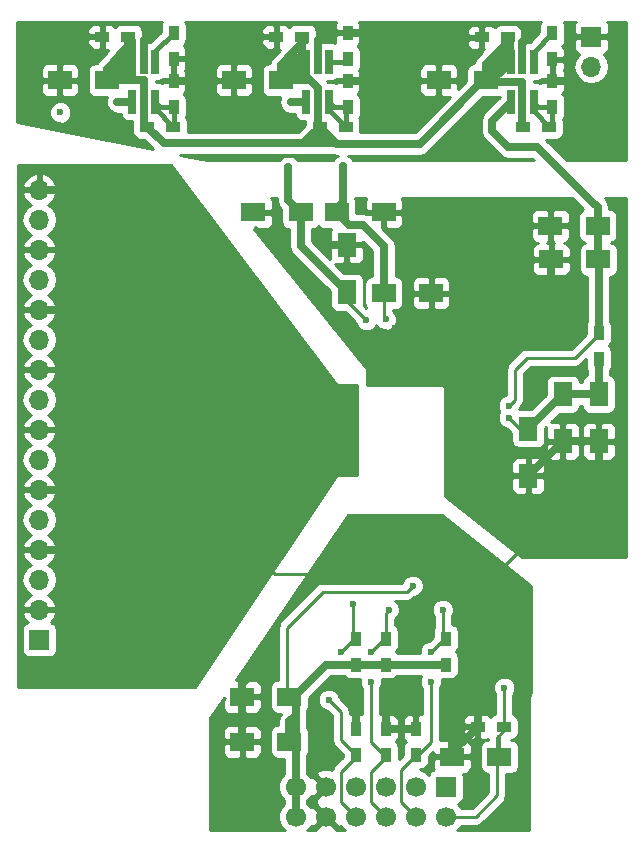
<source format=gbr>
G04 #@! TF.FileFunction,Copper,L2,Bot,Signal*
%FSLAX46Y46*%
G04 Gerber Fmt 4.6, Leading zero omitted, Abs format (unit mm)*
G04 Created by KiCad (PCBNEW 4.0.6) date 05/17/18 16:23:16*
%MOMM*%
%LPD*%
G01*
G04 APERTURE LIST*
%ADD10C,0.100000*%
%ADD11R,0.650000X2.000000*%
%ADD12R,0.900000X1.200000*%
%ADD13R,1.200000X0.900000*%
%ADD14R,1.700000X1.700000*%
%ADD15O,1.700000X1.700000*%
%ADD16R,2.000000X1.600000*%
%ADD17R,1.600000X2.000000*%
%ADD18C,1.700000*%
%ADD19C,0.600000*%
%ADD20C,0.700000*%
%ADD21C,0.250000*%
%ADD22C,0.400000*%
%ADD23C,0.254000*%
G04 APERTURE END LIST*
D10*
D11*
X103571000Y-121099000D03*
X104521000Y-121099000D03*
X105471000Y-121099000D03*
X105471000Y-124519000D03*
X104521000Y-124519000D03*
X103571000Y-124519000D03*
X86235500Y-121099000D03*
X87185500Y-121099000D03*
X88135500Y-121099000D03*
X88135500Y-124519000D03*
X87185500Y-124519000D03*
X86235500Y-124519000D03*
D12*
X92964000Y-179789000D03*
X92964000Y-177589000D03*
D13*
X102954000Y-177419000D03*
X100754000Y-177419000D03*
D12*
X92964000Y-169969000D03*
X92964000Y-172169000D03*
X90424000Y-169969000D03*
X90424000Y-172169000D03*
X95504000Y-179789000D03*
X95504000Y-177589000D03*
X90424000Y-179789000D03*
X90424000Y-177589000D03*
X98044000Y-169969000D03*
X98044000Y-172169000D03*
X110998000Y-146261000D03*
X110998000Y-144061000D03*
D14*
X110363000Y-118999000D03*
D15*
X110363000Y-121539000D03*
D14*
X63627000Y-170053000D03*
D15*
X63627000Y-167513000D03*
X63627000Y-164973000D03*
X63627000Y-162433000D03*
X63627000Y-159893000D03*
X63627000Y-157353000D03*
X63627000Y-154813000D03*
X63627000Y-152273000D03*
X63627000Y-149733000D03*
X63627000Y-147193000D03*
X63627000Y-144653000D03*
X63627000Y-142113000D03*
X63627000Y-139573000D03*
X63627000Y-137033000D03*
X63627000Y-134493000D03*
X63627000Y-131953000D03*
D16*
X102584000Y-179959000D03*
X98584000Y-179959000D03*
D17*
X105029000Y-152178000D03*
X105029000Y-156178000D03*
X110998000Y-149257000D03*
X110998000Y-153257000D03*
X107950000Y-149257000D03*
X107950000Y-153257000D03*
D16*
X96805500Y-140716000D03*
X92805500Y-140716000D03*
D17*
X89662000Y-140620500D03*
X89662000Y-136620500D03*
D16*
X110966000Y-137858500D03*
X106966000Y-137858500D03*
X84804000Y-174879000D03*
X80804000Y-174879000D03*
X110902500Y-135001000D03*
X106902500Y-135001000D03*
X92805000Y-133858000D03*
X88805000Y-133858000D03*
X85756500Y-133858000D03*
X81756500Y-133858000D03*
X84804000Y-178689000D03*
X80804000Y-178689000D03*
X84105500Y-122682000D03*
X80105500Y-122682000D03*
X69373500Y-122682000D03*
X65373500Y-122682000D03*
X101441000Y-122682000D03*
X97441000Y-122682000D03*
D14*
X98044000Y-182499000D03*
D18*
X98044000Y-185039000D03*
X95504000Y-182499000D03*
X95504000Y-185039000D03*
X92964000Y-182499000D03*
X92964000Y-185039000D03*
X90424000Y-182499000D03*
X90424000Y-185039000D03*
X87884000Y-182499000D03*
X87884000Y-185039000D03*
X85344000Y-182499000D03*
X85344000Y-185039000D03*
D13*
X85872500Y-118999000D03*
X83672500Y-118999000D03*
D12*
X89725500Y-118661000D03*
X89725500Y-120861000D03*
D13*
X87355500Y-126619000D03*
X89555500Y-126619000D03*
D12*
X89725500Y-124925000D03*
X89725500Y-122725000D03*
D13*
X71140500Y-118999000D03*
X68940500Y-118999000D03*
D12*
X74993500Y-120861000D03*
X74993500Y-118661000D03*
D13*
X72750500Y-126619000D03*
X74950500Y-126619000D03*
D12*
X74993500Y-124925000D03*
X74993500Y-122725000D03*
D13*
X103271500Y-119062500D03*
X101071500Y-119062500D03*
D12*
X107061000Y-120924500D03*
X107061000Y-118724500D03*
D13*
X104564000Y-126619000D03*
X106764000Y-126619000D03*
D12*
X107061000Y-124925000D03*
X107061000Y-122725000D03*
D11*
X71503500Y-121099000D03*
X72453500Y-121099000D03*
X73403500Y-121099000D03*
X73403500Y-124519000D03*
X72453500Y-124519000D03*
X71503500Y-124519000D03*
D19*
X65405000Y-125412500D03*
X110426500Y-132969000D03*
X103378000Y-150241000D03*
X70548500Y-127444500D03*
X99949000Y-126047500D03*
X111315500Y-127698500D03*
X110363000Y-124904500D03*
X93345000Y-118618000D03*
X93345000Y-122745500D03*
X77343000Y-122682000D03*
X106807000Y-140271500D03*
X79375000Y-129222500D03*
X105092500Y-118872000D03*
X87630000Y-118808500D03*
X83058000Y-135890000D03*
X87376000Y-135763000D03*
X102552500Y-134556500D03*
X68580000Y-172529500D03*
X75374500Y-172529500D03*
X100774500Y-167957500D03*
X100838000Y-175641000D03*
X105029000Y-161798000D03*
X82550000Y-172085000D03*
X87122000Y-164465000D03*
X65405000Y-119443500D03*
X79248000Y-118935500D03*
X101346000Y-148590000D03*
X98044000Y-148526500D03*
X102870000Y-146113500D03*
X105791000Y-148336000D03*
X98425000Y-155511500D03*
X101473000Y-155638500D03*
X106426000Y-143891000D03*
X109093000Y-141859000D03*
X109029500Y-137604500D03*
X90424000Y-144526000D03*
X79057500Y-168275000D03*
X84455000Y-158496000D03*
X82486500Y-163385500D03*
X78676500Y-136969500D03*
X82169000Y-141922500D03*
X86423500Y-148272500D03*
X77597000Y-163512500D03*
X77978000Y-146177000D03*
X81661000Y-149796500D03*
X78041500Y-158305500D03*
X82042000Y-154432000D03*
X77978000Y-153987500D03*
X77914500Y-150241000D03*
X77787500Y-141287500D03*
X68643500Y-132016500D03*
X74549000Y-132016500D03*
X86106000Y-155638500D03*
X72263000Y-152273000D03*
X68770500Y-147193000D03*
X68770500Y-142049500D03*
X68643500Y-137033000D03*
X68770500Y-167449500D03*
X68770500Y-162433000D03*
X68770500Y-152209500D03*
X68897500Y-157289500D03*
X73025000Y-118681500D03*
X80518000Y-185293000D03*
X79502000Y-183769000D03*
X90170000Y-176149000D03*
X87122000Y-177673000D03*
X87630000Y-180213000D03*
X93218000Y-164973000D03*
X93726000Y-143637000D03*
X97790000Y-175133000D03*
X95758000Y-175133000D03*
X92710000Y-175133000D03*
X110490000Y-155829000D03*
X84709000Y-130048000D03*
X91313000Y-143002000D03*
X89344500Y-129921000D03*
X92964000Y-142938500D03*
X102997000Y-174117000D03*
X96774000Y-173609000D03*
X96774000Y-171069000D03*
X97790000Y-167513000D03*
X93218000Y-167513000D03*
X91694000Y-171069000D03*
X91694000Y-173609000D03*
X88138000Y-175133000D03*
X90170000Y-167005000D03*
X89154000Y-171069000D03*
X85090000Y-176657000D03*
X95250000Y-165481000D03*
X103378000Y-151257000D03*
X84899500Y-124523500D03*
X70294500Y-124523500D03*
X101981000Y-121285000D03*
D20*
X110966000Y-137858500D02*
X110966000Y-135064500D01*
X110966000Y-135064500D02*
X110902500Y-135001000D01*
X110966000Y-135064500D02*
X110902500Y-135001000D01*
X110902500Y-135001000D02*
X110902500Y-133445000D01*
X101981000Y-126109000D02*
X103571000Y-124519000D01*
X101981000Y-127000000D02*
X101981000Y-126109000D01*
X103314500Y-128333500D02*
X101981000Y-127000000D01*
X105791000Y-128333500D02*
X103314500Y-128333500D01*
X110902500Y-133445000D02*
X110426500Y-132969000D01*
X110426500Y-132969000D02*
X105791000Y-128333500D01*
X110966000Y-135064500D02*
X110902500Y-135001000D01*
X103269500Y-124820500D02*
X103571000Y-124519000D01*
X110966000Y-135064500D02*
X110902500Y-135001000D01*
X110998000Y-144061000D02*
X110998000Y-137890500D01*
X110998000Y-137890500D02*
X110966000Y-137858500D01*
D21*
X108966000Y-146177000D02*
X104902000Y-146177000D01*
X104902000Y-146177000D02*
X103886000Y-147193000D01*
X103886000Y-147193000D02*
X103886000Y-149733000D01*
X103886000Y-149733000D02*
X103378000Y-150241000D01*
X108966000Y-146177000D02*
X110998000Y-144145000D01*
X110998000Y-144061000D02*
X110998000Y-144145000D01*
D20*
X107061000Y-122725000D02*
X108183500Y-122725000D01*
X108183500Y-122725000D02*
X110363000Y-124904500D01*
X89725500Y-118661000D02*
X93302000Y-118661000D01*
X93302000Y-118661000D02*
X93345000Y-118618000D01*
X89725500Y-122725000D02*
X93324500Y-122725000D01*
X93324500Y-122725000D02*
X93345000Y-122745500D01*
X74993500Y-122725000D02*
X77300000Y-122725000D01*
X77300000Y-122725000D02*
X77343000Y-122682000D01*
X106966000Y-137858500D02*
X106966000Y-140112500D01*
X106966000Y-140112500D02*
X106807000Y-140271500D01*
X104521000Y-121099000D02*
X104521000Y-119443500D01*
X104521000Y-119443500D02*
X105092500Y-118872000D01*
X87185500Y-121099000D02*
X87185500Y-119253000D01*
X87185500Y-119253000D02*
X87630000Y-118808500D01*
X89662000Y-136620500D02*
X88233500Y-136620500D01*
X88233500Y-136620500D02*
X87376000Y-135763000D01*
X75374500Y-172529500D02*
X68580000Y-172529500D01*
D21*
X100774500Y-167957500D02*
X100774500Y-166052500D01*
D20*
X100754000Y-175725000D02*
X100838000Y-175641000D01*
X100754000Y-177419000D02*
X100754000Y-175725000D01*
D21*
X100774500Y-166052500D02*
X105029000Y-161798000D01*
X87122000Y-164465000D02*
X83566000Y-164465000D01*
D20*
X80804000Y-173831000D02*
X82550000Y-172085000D01*
X80804000Y-174879000D02*
X80804000Y-173831000D01*
D21*
X83566000Y-164465000D02*
X82486500Y-163385500D01*
D22*
X68940500Y-118999000D02*
X65849500Y-118999000D01*
X65849500Y-118999000D02*
X65405000Y-119443500D01*
X83672500Y-118999000D02*
X79311500Y-118999000D01*
X79311500Y-118999000D02*
X79248000Y-118935500D01*
D21*
X101346000Y-148590000D02*
X101282500Y-148526500D01*
X101282500Y-148526500D02*
X98044000Y-148526500D01*
X109093000Y-137668000D02*
X109093000Y-141859000D01*
X109029500Y-137604500D02*
X109093000Y-137668000D01*
D20*
X79057500Y-168275000D02*
X81724500Y-165608000D01*
X81724500Y-165608000D02*
X81724500Y-164147500D01*
X81724500Y-164147500D02*
X82486500Y-163385500D01*
X78676500Y-136969500D02*
X82169000Y-140462000D01*
X82169000Y-140462000D02*
X82169000Y-141922500D01*
X78041500Y-158305500D02*
X81915000Y-154432000D01*
X81915000Y-154432000D02*
X82042000Y-154432000D01*
X68580000Y-131953000D02*
X68643500Y-132016500D01*
X68580000Y-131953000D02*
X63627000Y-131953000D01*
X63627000Y-142113000D02*
X68707000Y-142113000D01*
X68707000Y-142113000D02*
X68770500Y-142049500D01*
X63627000Y-162433000D02*
X68770500Y-162433000D01*
X63627000Y-157353000D02*
X68834000Y-157353000D01*
X68834000Y-157353000D02*
X68897500Y-157289500D01*
X72453500Y-121099000D02*
X72453500Y-119253000D01*
X72453500Y-119253000D02*
X73025000Y-118681500D01*
D21*
X80518000Y-184785000D02*
X80518000Y-185293000D01*
X79502000Y-183769000D02*
X80518000Y-184785000D01*
D20*
X90424000Y-177589000D02*
X90424000Y-176403000D01*
X90424000Y-176403000D02*
X90170000Y-176149000D01*
X87122000Y-179705000D02*
X87122000Y-177673000D01*
X87630000Y-180213000D02*
X87122000Y-179705000D01*
X80804000Y-178689000D02*
X80804000Y-174879000D01*
X98584000Y-179959000D02*
X98584000Y-175927000D01*
X98584000Y-175927000D02*
X97790000Y-175133000D01*
X98584000Y-179959000D02*
X98584000Y-179589000D01*
X98584000Y-179589000D02*
X100754000Y-177419000D01*
X92964000Y-177589000D02*
X92964000Y-175387000D01*
X92964000Y-175387000D02*
X92710000Y-175133000D01*
X95504000Y-177589000D02*
X92964000Y-177589000D01*
X110998000Y-153257000D02*
X110998000Y-155321000D01*
X110998000Y-155321000D02*
X110490000Y-155829000D01*
X110998000Y-153257000D02*
X107950000Y-153257000D01*
X107950000Y-153257000D02*
X105029000Y-156178000D01*
X85756500Y-133858000D02*
X85725000Y-133858000D01*
X85725000Y-133858000D02*
X84709000Y-132842000D01*
X84709000Y-132842000D02*
X84709000Y-130048000D01*
X85756500Y-133858000D02*
X85756500Y-136715000D01*
X85756500Y-136715000D02*
X89662000Y-140620500D01*
D21*
X91313000Y-143002000D02*
X89662000Y-141351000D01*
X89662000Y-141351000D02*
X89662000Y-140620500D01*
D20*
X88805000Y-133858000D02*
X88805000Y-133508500D01*
X88805000Y-133508500D02*
X89344500Y-132969000D01*
X89344500Y-132969000D02*
X89344500Y-129921000D01*
X92805500Y-140716000D02*
X92805500Y-136747500D01*
X89884500Y-134937500D02*
X88805000Y-133858000D01*
X90995500Y-134937500D02*
X89884500Y-134937500D01*
X92805500Y-136747500D02*
X90995500Y-134937500D01*
D21*
X92805500Y-142780000D02*
X92805500Y-140716000D01*
X92964000Y-142938500D02*
X92805500Y-142780000D01*
X102954000Y-177419000D02*
X102954000Y-174160000D01*
X102954000Y-174160000D02*
X102997000Y-174117000D01*
X102954000Y-177419000D02*
X102954000Y-177759000D01*
X102954000Y-177759000D02*
X102584000Y-178129000D01*
X102584000Y-178129000D02*
X102584000Y-179959000D01*
X98044000Y-185039000D02*
X100584000Y-185039000D01*
X102394000Y-178319000D02*
X103294000Y-177419000D01*
X102394000Y-183229000D02*
X102394000Y-178319000D01*
X100584000Y-185039000D02*
X102394000Y-183229000D01*
X97874000Y-169969000D02*
X98044000Y-169969000D01*
X96774000Y-178689000D02*
X96774000Y-173609000D01*
X96774000Y-171069000D02*
X97874000Y-169969000D01*
X95674000Y-179789000D02*
X96774000Y-178689000D01*
X97790000Y-169545000D02*
X98044000Y-169969000D01*
X97790000Y-167513000D02*
X97790000Y-169037000D01*
X97790000Y-169037000D02*
X97790000Y-169545000D01*
X95504000Y-179789000D02*
X95674000Y-179789000D01*
X95504000Y-185039000D02*
X94234000Y-183769000D01*
X94234000Y-181059000D02*
X95504000Y-179789000D01*
X94234000Y-183769000D02*
X94234000Y-181059000D01*
X92964000Y-167767000D02*
X93218000Y-167513000D01*
X92964000Y-167767000D02*
X92964000Y-169969000D01*
X92964000Y-169969000D02*
X92964000Y-169799000D01*
X92964000Y-179789000D02*
X92794000Y-179789000D01*
X92794000Y-179789000D02*
X91694000Y-178689000D01*
X91694000Y-171069000D02*
X92794000Y-169969000D01*
X91694000Y-178689000D02*
X91694000Y-173609000D01*
X92794000Y-169969000D02*
X92964000Y-169969000D01*
X92964000Y-185039000D02*
X91694000Y-183769000D01*
X91694000Y-181229000D02*
X92964000Y-179959000D01*
X91694000Y-183769000D02*
X91694000Y-181229000D01*
X92964000Y-179959000D02*
X92964000Y-179789000D01*
X89154000Y-178519000D02*
X90424000Y-179789000D01*
X89154000Y-176149000D02*
X89154000Y-178519000D01*
X88138000Y-175133000D02*
X89154000Y-176149000D01*
X90424000Y-179789000D02*
X90254000Y-179789000D01*
X90424000Y-185039000D02*
X89154000Y-183769000D01*
X89154000Y-181229000D02*
X90424000Y-179959000D01*
X89154000Y-183769000D02*
X89154000Y-181229000D01*
X90424000Y-179959000D02*
X90424000Y-179789000D01*
X90254000Y-169969000D02*
X90424000Y-169969000D01*
X90170000Y-169545000D02*
X90424000Y-169969000D01*
X90170000Y-167005000D02*
X90170000Y-169545000D01*
X90170000Y-170053000D02*
X90254000Y-169969000D01*
X89154000Y-171069000D02*
X90254000Y-169969000D01*
D20*
X98044000Y-172169000D02*
X95504000Y-172169000D01*
X95504000Y-172169000D02*
X92964000Y-172169000D01*
X90424000Y-172169000D02*
X87884000Y-172169000D01*
X92964000Y-172169000D02*
X90424000Y-172169000D01*
X85344000Y-174709000D02*
X87884000Y-172169000D01*
D21*
X95250000Y-165481000D02*
X94742000Y-165989000D01*
X84582000Y-169037000D02*
X84582000Y-174657000D01*
X87630000Y-165989000D02*
X84582000Y-169037000D01*
X94742000Y-165989000D02*
X87630000Y-165989000D01*
X84582000Y-174657000D02*
X84804000Y-174879000D01*
D20*
X84804000Y-178689000D02*
X84804000Y-176943000D01*
X84804000Y-176943000D02*
X85090000Y-176657000D01*
X85344000Y-185039000D02*
X85344000Y-179229000D01*
X85344000Y-179229000D02*
X84804000Y-178689000D01*
D21*
X95250000Y-165481000D02*
X95313500Y-165544500D01*
X95313500Y-165544500D02*
X95250000Y-165481000D01*
D20*
X85344000Y-183769000D02*
X85344000Y-174709000D01*
X85344000Y-185039000D02*
X85344000Y-183769000D01*
X85344000Y-183769000D02*
X85344000Y-182499000D01*
X107540000Y-149667000D02*
X107950000Y-149257000D01*
D21*
X105029000Y-152178000D02*
X104299000Y-152178000D01*
X104299000Y-152178000D02*
X103378000Y-151257000D01*
D20*
X107950000Y-149257000D02*
X105029000Y-152178000D01*
X110998000Y-149257000D02*
X107950000Y-149257000D01*
X110998000Y-146261000D02*
X110998000Y-149257000D01*
X86235500Y-124519000D02*
X84904000Y-124519000D01*
X84904000Y-124519000D02*
X84899500Y-124523500D01*
X70235500Y-124519000D02*
X71503500Y-124519000D01*
X70294500Y-124523500D02*
X70235500Y-124519000D01*
X85979000Y-128016000D02*
X88752500Y-128016000D01*
X88752500Y-128016000D02*
X88816000Y-128079500D01*
X87376000Y-127381000D02*
X87503000Y-127381000D01*
X88657250Y-127920750D02*
X88816000Y-128079500D01*
X88042750Y-127920750D02*
X88657250Y-127920750D01*
X86074250Y-127920750D02*
X86995000Y-127920750D01*
X87503000Y-127381000D02*
X88042750Y-127920750D01*
X86995000Y-127920750D02*
X86995000Y-127762000D01*
X86995000Y-127762000D02*
X87376000Y-127381000D01*
X87355500Y-126619000D02*
X87355500Y-126639500D01*
X87355500Y-126639500D02*
X86074250Y-127920750D01*
X86074250Y-127920750D02*
X85979000Y-128016000D01*
X74147500Y-128016000D02*
X72750500Y-126619000D01*
X85979000Y-128016000D02*
X74147500Y-128016000D01*
X101441000Y-122682000D02*
X101219000Y-122682000D01*
X101219000Y-122682000D02*
X95821500Y-128079500D01*
X95821500Y-128079500D02*
X88816000Y-128079500D01*
X88816000Y-128079500D02*
X87355500Y-126619000D01*
X85760250Y-121574250D02*
X85696750Y-121574250D01*
X85280500Y-121158000D02*
X84105500Y-122333000D01*
X85696750Y-121574250D02*
X85280500Y-121158000D01*
X84105500Y-122682000D02*
X84105500Y-122333000D01*
X84105500Y-122682000D02*
X84105500Y-121380500D01*
X85913500Y-120777000D02*
X84709000Y-120777000D01*
X84709000Y-120713500D02*
X85872500Y-119550000D01*
X84709000Y-120777000D02*
X84709000Y-120713500D01*
X84105500Y-121380500D02*
X84709000Y-120777000D01*
X84105500Y-122682000D02*
X86550500Y-122682000D01*
X86233000Y-122682000D02*
X86233000Y-122364500D01*
X86550500Y-122682000D02*
X86233000Y-122682000D01*
X87185500Y-124519000D02*
X87185500Y-123317000D01*
X87185500Y-123317000D02*
X86233000Y-122364500D01*
X86169500Y-122301000D02*
X85598000Y-122301000D01*
X86233000Y-122364500D02*
X86169500Y-122301000D01*
X84105500Y-122682000D02*
X84652500Y-122682000D01*
X84652500Y-122682000D02*
X85760250Y-121574250D01*
X85760250Y-121574250D02*
X86235500Y-121099000D01*
X104521000Y-122872500D02*
X104457500Y-122809000D01*
X72453500Y-122745500D02*
X72517000Y-122682000D01*
X71503500Y-121099000D02*
X71503500Y-121346000D01*
X71503500Y-121346000D02*
X70548500Y-122301000D01*
X70548500Y-122301000D02*
X70548500Y-122054000D01*
X71503500Y-121099000D02*
X71503500Y-122171500D01*
X71503500Y-122171500D02*
X70993000Y-122682000D01*
X69373500Y-122682000D02*
X69373500Y-122585000D01*
X69373500Y-122585000D02*
X71181500Y-120777000D01*
X71181500Y-120777000D02*
X71503500Y-121099000D01*
X69373500Y-122682000D02*
X69920500Y-122682000D01*
X69920500Y-122682000D02*
X70548500Y-122054000D01*
X70548500Y-122054000D02*
X71503500Y-121099000D01*
X69373500Y-122682000D02*
X69373500Y-121700000D01*
X69373500Y-121700000D02*
X70739000Y-120334500D01*
X101981000Y-121285000D02*
X102139750Y-121443750D01*
X102139750Y-121443750D02*
X101981000Y-121285000D01*
X101981000Y-121285000D02*
X101981000Y-121602500D01*
X101441000Y-122682000D02*
X101988000Y-122682000D01*
X101988000Y-122682000D02*
X103571000Y-121099000D01*
X101441000Y-122682000D02*
X101441000Y-122142500D01*
X101441000Y-122142500D02*
X101981000Y-121602500D01*
X101981000Y-121602500D02*
X102806500Y-120777000D01*
X101441000Y-122682000D02*
X101441000Y-121317000D01*
X101441000Y-121317000D02*
X101981000Y-120777000D01*
X103571000Y-121099000D02*
X103024000Y-121099000D01*
X103024000Y-121099000D02*
X101441000Y-122682000D01*
X104521000Y-124519000D02*
X104521000Y-122872500D01*
X104457500Y-122809000D02*
X101568000Y-122809000D01*
X101568000Y-122809000D02*
X101441000Y-122682000D01*
X104521000Y-124519000D02*
X104521000Y-126576000D01*
X104521000Y-126576000D02*
X104564000Y-126619000D01*
X72453500Y-124519000D02*
X72453500Y-126322000D01*
X72453500Y-126322000D02*
X72750500Y-126619000D01*
X72453500Y-124519000D02*
X72453500Y-122745500D01*
X87185500Y-124519000D02*
X87185500Y-126449000D01*
X87185500Y-126449000D02*
X87355500Y-126619000D01*
X84232500Y-122809000D02*
X84105500Y-122682000D01*
X72517000Y-122682000D02*
X70993000Y-122682000D01*
X70993000Y-122682000D02*
X69373500Y-122682000D01*
D22*
X87185500Y-126449000D02*
X87355500Y-126619000D01*
X72453500Y-126322000D02*
X72750500Y-126619000D01*
D20*
X70739000Y-120205500D02*
X70739000Y-120334500D01*
X70739000Y-120334500D02*
X71503500Y-121099000D01*
X71140500Y-118999000D02*
X71140500Y-119804000D01*
X71140500Y-119804000D02*
X70739000Y-120205500D01*
X70739000Y-120205500D02*
X70167500Y-120777000D01*
X71503500Y-121099000D02*
X71503500Y-119362000D01*
X71503500Y-119362000D02*
X71140500Y-118999000D01*
X71181500Y-120777000D02*
X70167500Y-120777000D01*
X71181500Y-120777000D02*
X71503500Y-121099000D01*
X85913500Y-120777000D02*
X86235500Y-121099000D01*
X85872500Y-118999000D02*
X85872500Y-119550000D01*
X85872500Y-119550000D02*
X85872500Y-120736000D01*
X85872500Y-120736000D02*
X86235500Y-121099000D01*
X101917500Y-120777000D02*
X101981000Y-120777000D01*
X101917500Y-120777000D02*
X102806500Y-120777000D01*
X102806500Y-120777000D02*
X103060500Y-120777000D01*
X101981000Y-120777000D02*
X103060500Y-119697500D01*
X103060500Y-120777000D02*
X103060500Y-119697500D01*
X103060500Y-119697500D02*
X103060500Y-119273500D01*
X103060500Y-119273500D02*
X103271500Y-119062500D01*
X103249000Y-120777000D02*
X103060500Y-120777000D01*
X103249000Y-120777000D02*
X103571000Y-121099000D01*
D22*
X103571000Y-121099000D02*
X103571000Y-119362000D01*
X103571000Y-119362000D02*
X103271500Y-119062500D01*
X86235500Y-119362000D02*
X85872500Y-118999000D01*
X88135500Y-121099000D02*
X89487500Y-121099000D01*
X89487500Y-121099000D02*
X89725500Y-120861000D01*
X89725500Y-124925000D02*
X88541500Y-124925000D01*
X88541500Y-124925000D02*
X88135500Y-124519000D01*
X89555500Y-126619000D02*
X89555500Y-125095000D01*
X89555500Y-125095000D02*
X89725500Y-124925000D01*
X88135500Y-124519000D02*
X88135500Y-125199000D01*
X88135500Y-125199000D02*
X89555500Y-126619000D01*
X73403500Y-121099000D02*
X73403500Y-120251000D01*
X73403500Y-120251000D02*
X74993500Y-118661000D01*
X74993500Y-124925000D02*
X73809500Y-124925000D01*
X73809500Y-124925000D02*
X73403500Y-124519000D01*
X73403500Y-124519000D02*
X73403500Y-125072000D01*
X73403500Y-125072000D02*
X74950500Y-126619000D01*
X74993500Y-124925000D02*
X74993500Y-126576000D01*
X74993500Y-126576000D02*
X74950500Y-126619000D01*
X105471000Y-121099000D02*
X105471000Y-120314500D01*
X105471000Y-120314500D02*
X107061000Y-118724500D01*
X105471000Y-124519000D02*
X105471000Y-125326000D01*
X105471000Y-125326000D02*
X106764000Y-126619000D01*
X107061000Y-124925000D02*
X107061000Y-126322000D01*
X107061000Y-126322000D02*
X106764000Y-126619000D01*
X107061000Y-124925000D02*
X105877000Y-124925000D01*
X105877000Y-124925000D02*
X105471000Y-124519000D01*
D23*
G36*
X105283000Y-165542039D02*
X105283000Y-174514330D01*
X105134643Y-174736362D01*
X105082500Y-174998500D01*
X105082500Y-186182000D01*
X99000946Y-186182000D01*
X99302188Y-185881283D01*
X99336355Y-185799000D01*
X100584000Y-185799000D01*
X100874839Y-185741148D01*
X101121401Y-185576401D01*
X102931401Y-183766401D01*
X103096148Y-183519839D01*
X103154000Y-183229000D01*
X103154000Y-181406440D01*
X103584000Y-181406440D01*
X103819317Y-181362162D01*
X104035441Y-181223090D01*
X104180431Y-181010890D01*
X104231440Y-180759000D01*
X104231440Y-179159000D01*
X104187162Y-178923683D01*
X104048090Y-178707559D01*
X103835890Y-178562569D01*
X103584000Y-178511560D01*
X103579935Y-178511560D01*
X103789317Y-178472162D01*
X104005441Y-178333090D01*
X104150431Y-178120890D01*
X104201440Y-177869000D01*
X104201440Y-176969000D01*
X104157162Y-176733683D01*
X104018090Y-176517559D01*
X103805890Y-176372569D01*
X103714000Y-176353961D01*
X103714000Y-174722388D01*
X103789192Y-174647327D01*
X103931838Y-174303799D01*
X103932162Y-173931833D01*
X103790117Y-173588057D01*
X103527327Y-173324808D01*
X103183799Y-173182162D01*
X102811833Y-173181838D01*
X102468057Y-173323883D01*
X102204808Y-173586673D01*
X102062162Y-173930201D01*
X102061838Y-174302167D01*
X102194000Y-174622024D01*
X102194000Y-176351666D01*
X102118683Y-176365838D01*
X101902559Y-176504910D01*
X101856031Y-176573006D01*
X101713698Y-176430673D01*
X101480309Y-176334000D01*
X101039750Y-176334000D01*
X100881000Y-176492750D01*
X100881000Y-177292000D01*
X100901000Y-177292000D01*
X100901000Y-177546000D01*
X100881000Y-177546000D01*
X100881000Y-178345250D01*
X101039750Y-178504000D01*
X101480309Y-178504000D01*
X101634000Y-178440339D01*
X101634000Y-178511560D01*
X101584000Y-178511560D01*
X101348683Y-178555838D01*
X101132559Y-178694910D01*
X100987569Y-178907110D01*
X100936560Y-179159000D01*
X100936560Y-180759000D01*
X100980838Y-180994317D01*
X101119910Y-181210441D01*
X101332110Y-181355431D01*
X101584000Y-181406440D01*
X101634000Y-181406440D01*
X101634000Y-182914198D01*
X100269198Y-184279000D01*
X99336747Y-184279000D01*
X99303656Y-184198914D01*
X99068717Y-183963565D01*
X99129317Y-183952162D01*
X99345441Y-183813090D01*
X99490431Y-183600890D01*
X99541440Y-183349000D01*
X99541440Y-181649000D01*
X99497162Y-181413683D01*
X99484496Y-181394000D01*
X99710309Y-181394000D01*
X99943698Y-181297327D01*
X100122327Y-181118699D01*
X100219000Y-180885310D01*
X100219000Y-180244750D01*
X100060250Y-180086000D01*
X98711000Y-180086000D01*
X98711000Y-180106000D01*
X98457000Y-180106000D01*
X98457000Y-180086000D01*
X97107750Y-180086000D01*
X96949000Y-180244750D01*
X96949000Y-180885310D01*
X97011385Y-181035921D01*
X96958683Y-181045838D01*
X96742559Y-181184910D01*
X96597569Y-181397110D01*
X96581504Y-181476443D01*
X96346283Y-181240812D01*
X95854101Y-181036440D01*
X95954000Y-181036440D01*
X96189317Y-180992162D01*
X96405441Y-180853090D01*
X96550431Y-180640890D01*
X96601440Y-180389000D01*
X96601440Y-179936362D01*
X96949000Y-179588802D01*
X96949000Y-179673250D01*
X97107750Y-179832000D01*
X98457000Y-179832000D01*
X98457000Y-178682750D01*
X98711000Y-178682750D01*
X98711000Y-179832000D01*
X100060250Y-179832000D01*
X100219000Y-179673250D01*
X100219000Y-179032690D01*
X100122327Y-178799301D01*
X99943698Y-178620673D01*
X99710309Y-178524000D01*
X98869750Y-178524000D01*
X98711000Y-178682750D01*
X98457000Y-178682750D01*
X98298250Y-178524000D01*
X97534000Y-178524000D01*
X97534000Y-177704750D01*
X99519000Y-177704750D01*
X99519000Y-177995310D01*
X99615673Y-178228699D01*
X99794302Y-178407327D01*
X100027691Y-178504000D01*
X100468250Y-178504000D01*
X100627000Y-178345250D01*
X100627000Y-177546000D01*
X99677750Y-177546000D01*
X99519000Y-177704750D01*
X97534000Y-177704750D01*
X97534000Y-176842690D01*
X99519000Y-176842690D01*
X99519000Y-177133250D01*
X99677750Y-177292000D01*
X100627000Y-177292000D01*
X100627000Y-176492750D01*
X100468250Y-176334000D01*
X100027691Y-176334000D01*
X99794302Y-176430673D01*
X99615673Y-176609301D01*
X99519000Y-176842690D01*
X97534000Y-176842690D01*
X97534000Y-174171463D01*
X97566192Y-174139327D01*
X97708838Y-173795799D01*
X97709162Y-173423833D01*
X97706107Y-173416440D01*
X98494000Y-173416440D01*
X98729317Y-173372162D01*
X98945441Y-173233090D01*
X99090431Y-173020890D01*
X99141440Y-172769000D01*
X99141440Y-171569000D01*
X99097162Y-171333683D01*
X98958090Y-171117559D01*
X98888289Y-171069866D01*
X98945441Y-171033090D01*
X99090431Y-170820890D01*
X99141440Y-170569000D01*
X99141440Y-169369000D01*
X99097162Y-169133683D01*
X98958090Y-168917559D01*
X98745890Y-168772569D01*
X98550000Y-168732900D01*
X98550000Y-168075463D01*
X98582192Y-168043327D01*
X98724838Y-167699799D01*
X98725162Y-167327833D01*
X98583117Y-166984057D01*
X98320327Y-166720808D01*
X97976799Y-166578162D01*
X97604833Y-166577838D01*
X97261057Y-166719883D01*
X96997808Y-166982673D01*
X96855162Y-167326201D01*
X96854838Y-167698167D01*
X96996883Y-168041943D01*
X97030000Y-168075118D01*
X97030000Y-169069646D01*
X96997569Y-169117110D01*
X96946560Y-169369000D01*
X96946560Y-169821638D01*
X96634320Y-170133878D01*
X96588833Y-170133838D01*
X96245057Y-170275883D01*
X95981808Y-170538673D01*
X95839162Y-170882201D01*
X95838899Y-171184000D01*
X93920844Y-171184000D01*
X93878090Y-171117559D01*
X93808289Y-171069866D01*
X93865441Y-171033090D01*
X94010431Y-170820890D01*
X94061440Y-170569000D01*
X94061440Y-169369000D01*
X94017162Y-169133683D01*
X93878090Y-168917559D01*
X93724000Y-168812274D01*
X93724000Y-168315597D01*
X93746943Y-168306117D01*
X94010192Y-168043327D01*
X94152838Y-167699799D01*
X94153162Y-167327833D01*
X94011117Y-166984057D01*
X93776470Y-166749000D01*
X94742000Y-166749000D01*
X95032839Y-166691148D01*
X95279401Y-166526401D01*
X95389680Y-166416122D01*
X95435167Y-166416162D01*
X95778943Y-166274117D01*
X96042192Y-166011327D01*
X96184838Y-165667799D01*
X96185162Y-165295833D01*
X96043117Y-164952057D01*
X95780327Y-164688808D01*
X95436799Y-164546162D01*
X95064833Y-164545838D01*
X94721057Y-164687883D01*
X94457808Y-164950673D01*
X94342236Y-165229000D01*
X87630000Y-165229000D01*
X87339161Y-165286852D01*
X87092599Y-165451599D01*
X84044599Y-168499599D01*
X83879852Y-168746161D01*
X83822000Y-169037000D01*
X83822000Y-173431560D01*
X83804000Y-173431560D01*
X83568683Y-173475838D01*
X83352559Y-173614910D01*
X83207569Y-173827110D01*
X83156560Y-174079000D01*
X83156560Y-175679000D01*
X83200838Y-175914317D01*
X83339910Y-176130441D01*
X83552110Y-176275431D01*
X83804000Y-176326440D01*
X84054086Y-176326440D01*
X83893979Y-176566057D01*
X83819000Y-176943000D01*
X83819000Y-177241560D01*
X83804000Y-177241560D01*
X83568683Y-177285838D01*
X83352559Y-177424910D01*
X83207569Y-177637110D01*
X83156560Y-177889000D01*
X83156560Y-179489000D01*
X83200838Y-179724317D01*
X83339910Y-179940441D01*
X83552110Y-180085431D01*
X83804000Y-180136440D01*
X84359000Y-180136440D01*
X84359000Y-181384005D01*
X84085812Y-181656717D01*
X83859258Y-182202319D01*
X83858743Y-182793089D01*
X84084344Y-183339086D01*
X84359000Y-183614222D01*
X84359000Y-183924005D01*
X84085812Y-184196717D01*
X83859258Y-184742319D01*
X83858743Y-185333089D01*
X84084344Y-185879086D01*
X84386730Y-186182000D01*
X78105000Y-186182000D01*
X78105000Y-178974750D01*
X79169000Y-178974750D01*
X79169000Y-179615310D01*
X79265673Y-179848699D01*
X79444302Y-180027327D01*
X79677691Y-180124000D01*
X80518250Y-180124000D01*
X80677000Y-179965250D01*
X80677000Y-178816000D01*
X80931000Y-178816000D01*
X80931000Y-179965250D01*
X81089750Y-180124000D01*
X81930309Y-180124000D01*
X82163698Y-180027327D01*
X82342327Y-179848699D01*
X82439000Y-179615310D01*
X82439000Y-178974750D01*
X82280250Y-178816000D01*
X80931000Y-178816000D01*
X80677000Y-178816000D01*
X79327750Y-178816000D01*
X79169000Y-178974750D01*
X78105000Y-178974750D01*
X78105000Y-177762690D01*
X79169000Y-177762690D01*
X79169000Y-178403250D01*
X79327750Y-178562000D01*
X80677000Y-178562000D01*
X80677000Y-177412750D01*
X80931000Y-177412750D01*
X80931000Y-178562000D01*
X82280250Y-178562000D01*
X82439000Y-178403250D01*
X82439000Y-177762690D01*
X82342327Y-177529301D01*
X82163698Y-177350673D01*
X81930309Y-177254000D01*
X81089750Y-177254000D01*
X80931000Y-177412750D01*
X80677000Y-177412750D01*
X80518250Y-177254000D01*
X79677691Y-177254000D01*
X79444302Y-177350673D01*
X79265673Y-177529301D01*
X79169000Y-177762690D01*
X78105000Y-177762690D01*
X78105000Y-176695921D01*
X79248180Y-175006002D01*
X79327748Y-175006002D01*
X79169000Y-175164750D01*
X79169000Y-175805310D01*
X79265673Y-176038699D01*
X79444302Y-176217327D01*
X79677691Y-176314000D01*
X80518250Y-176314000D01*
X80677000Y-176155250D01*
X80677000Y-175006000D01*
X80931000Y-175006000D01*
X80931000Y-176155250D01*
X81089750Y-176314000D01*
X81930309Y-176314000D01*
X82163698Y-176217327D01*
X82342327Y-176038699D01*
X82439000Y-175805310D01*
X82439000Y-175164750D01*
X82280250Y-175006000D01*
X80931000Y-175006000D01*
X80677000Y-175006000D01*
X80657000Y-175006000D01*
X80657000Y-174752000D01*
X80677000Y-174752000D01*
X80677000Y-173602750D01*
X80931000Y-173602750D01*
X80931000Y-174752000D01*
X82280250Y-174752000D01*
X82439000Y-174593250D01*
X82439000Y-173952690D01*
X82342327Y-173719301D01*
X82163698Y-173540673D01*
X81930309Y-173444000D01*
X81089750Y-173444000D01*
X80931000Y-173602750D01*
X80677000Y-173602750D01*
X80518250Y-173444000D01*
X80304829Y-173444000D01*
X89729417Y-159512000D01*
X97745451Y-159512000D01*
X105283000Y-165542039D01*
X105283000Y-165542039D01*
G37*
X105283000Y-165542039D02*
X105283000Y-174514330D01*
X105134643Y-174736362D01*
X105082500Y-174998500D01*
X105082500Y-186182000D01*
X99000946Y-186182000D01*
X99302188Y-185881283D01*
X99336355Y-185799000D01*
X100584000Y-185799000D01*
X100874839Y-185741148D01*
X101121401Y-185576401D01*
X102931401Y-183766401D01*
X103096148Y-183519839D01*
X103154000Y-183229000D01*
X103154000Y-181406440D01*
X103584000Y-181406440D01*
X103819317Y-181362162D01*
X104035441Y-181223090D01*
X104180431Y-181010890D01*
X104231440Y-180759000D01*
X104231440Y-179159000D01*
X104187162Y-178923683D01*
X104048090Y-178707559D01*
X103835890Y-178562569D01*
X103584000Y-178511560D01*
X103579935Y-178511560D01*
X103789317Y-178472162D01*
X104005441Y-178333090D01*
X104150431Y-178120890D01*
X104201440Y-177869000D01*
X104201440Y-176969000D01*
X104157162Y-176733683D01*
X104018090Y-176517559D01*
X103805890Y-176372569D01*
X103714000Y-176353961D01*
X103714000Y-174722388D01*
X103789192Y-174647327D01*
X103931838Y-174303799D01*
X103932162Y-173931833D01*
X103790117Y-173588057D01*
X103527327Y-173324808D01*
X103183799Y-173182162D01*
X102811833Y-173181838D01*
X102468057Y-173323883D01*
X102204808Y-173586673D01*
X102062162Y-173930201D01*
X102061838Y-174302167D01*
X102194000Y-174622024D01*
X102194000Y-176351666D01*
X102118683Y-176365838D01*
X101902559Y-176504910D01*
X101856031Y-176573006D01*
X101713698Y-176430673D01*
X101480309Y-176334000D01*
X101039750Y-176334000D01*
X100881000Y-176492750D01*
X100881000Y-177292000D01*
X100901000Y-177292000D01*
X100901000Y-177546000D01*
X100881000Y-177546000D01*
X100881000Y-178345250D01*
X101039750Y-178504000D01*
X101480309Y-178504000D01*
X101634000Y-178440339D01*
X101634000Y-178511560D01*
X101584000Y-178511560D01*
X101348683Y-178555838D01*
X101132559Y-178694910D01*
X100987569Y-178907110D01*
X100936560Y-179159000D01*
X100936560Y-180759000D01*
X100980838Y-180994317D01*
X101119910Y-181210441D01*
X101332110Y-181355431D01*
X101584000Y-181406440D01*
X101634000Y-181406440D01*
X101634000Y-182914198D01*
X100269198Y-184279000D01*
X99336747Y-184279000D01*
X99303656Y-184198914D01*
X99068717Y-183963565D01*
X99129317Y-183952162D01*
X99345441Y-183813090D01*
X99490431Y-183600890D01*
X99541440Y-183349000D01*
X99541440Y-181649000D01*
X99497162Y-181413683D01*
X99484496Y-181394000D01*
X99710309Y-181394000D01*
X99943698Y-181297327D01*
X100122327Y-181118699D01*
X100219000Y-180885310D01*
X100219000Y-180244750D01*
X100060250Y-180086000D01*
X98711000Y-180086000D01*
X98711000Y-180106000D01*
X98457000Y-180106000D01*
X98457000Y-180086000D01*
X97107750Y-180086000D01*
X96949000Y-180244750D01*
X96949000Y-180885310D01*
X97011385Y-181035921D01*
X96958683Y-181045838D01*
X96742559Y-181184910D01*
X96597569Y-181397110D01*
X96581504Y-181476443D01*
X96346283Y-181240812D01*
X95854101Y-181036440D01*
X95954000Y-181036440D01*
X96189317Y-180992162D01*
X96405441Y-180853090D01*
X96550431Y-180640890D01*
X96601440Y-180389000D01*
X96601440Y-179936362D01*
X96949000Y-179588802D01*
X96949000Y-179673250D01*
X97107750Y-179832000D01*
X98457000Y-179832000D01*
X98457000Y-178682750D01*
X98711000Y-178682750D01*
X98711000Y-179832000D01*
X100060250Y-179832000D01*
X100219000Y-179673250D01*
X100219000Y-179032690D01*
X100122327Y-178799301D01*
X99943698Y-178620673D01*
X99710309Y-178524000D01*
X98869750Y-178524000D01*
X98711000Y-178682750D01*
X98457000Y-178682750D01*
X98298250Y-178524000D01*
X97534000Y-178524000D01*
X97534000Y-177704750D01*
X99519000Y-177704750D01*
X99519000Y-177995310D01*
X99615673Y-178228699D01*
X99794302Y-178407327D01*
X100027691Y-178504000D01*
X100468250Y-178504000D01*
X100627000Y-178345250D01*
X100627000Y-177546000D01*
X99677750Y-177546000D01*
X99519000Y-177704750D01*
X97534000Y-177704750D01*
X97534000Y-176842690D01*
X99519000Y-176842690D01*
X99519000Y-177133250D01*
X99677750Y-177292000D01*
X100627000Y-177292000D01*
X100627000Y-176492750D01*
X100468250Y-176334000D01*
X100027691Y-176334000D01*
X99794302Y-176430673D01*
X99615673Y-176609301D01*
X99519000Y-176842690D01*
X97534000Y-176842690D01*
X97534000Y-174171463D01*
X97566192Y-174139327D01*
X97708838Y-173795799D01*
X97709162Y-173423833D01*
X97706107Y-173416440D01*
X98494000Y-173416440D01*
X98729317Y-173372162D01*
X98945441Y-173233090D01*
X99090431Y-173020890D01*
X99141440Y-172769000D01*
X99141440Y-171569000D01*
X99097162Y-171333683D01*
X98958090Y-171117559D01*
X98888289Y-171069866D01*
X98945441Y-171033090D01*
X99090431Y-170820890D01*
X99141440Y-170569000D01*
X99141440Y-169369000D01*
X99097162Y-169133683D01*
X98958090Y-168917559D01*
X98745890Y-168772569D01*
X98550000Y-168732900D01*
X98550000Y-168075463D01*
X98582192Y-168043327D01*
X98724838Y-167699799D01*
X98725162Y-167327833D01*
X98583117Y-166984057D01*
X98320327Y-166720808D01*
X97976799Y-166578162D01*
X97604833Y-166577838D01*
X97261057Y-166719883D01*
X96997808Y-166982673D01*
X96855162Y-167326201D01*
X96854838Y-167698167D01*
X96996883Y-168041943D01*
X97030000Y-168075118D01*
X97030000Y-169069646D01*
X96997569Y-169117110D01*
X96946560Y-169369000D01*
X96946560Y-169821638D01*
X96634320Y-170133878D01*
X96588833Y-170133838D01*
X96245057Y-170275883D01*
X95981808Y-170538673D01*
X95839162Y-170882201D01*
X95838899Y-171184000D01*
X93920844Y-171184000D01*
X93878090Y-171117559D01*
X93808289Y-171069866D01*
X93865441Y-171033090D01*
X94010431Y-170820890D01*
X94061440Y-170569000D01*
X94061440Y-169369000D01*
X94017162Y-169133683D01*
X93878090Y-168917559D01*
X93724000Y-168812274D01*
X93724000Y-168315597D01*
X93746943Y-168306117D01*
X94010192Y-168043327D01*
X94152838Y-167699799D01*
X94153162Y-167327833D01*
X94011117Y-166984057D01*
X93776470Y-166749000D01*
X94742000Y-166749000D01*
X95032839Y-166691148D01*
X95279401Y-166526401D01*
X95389680Y-166416122D01*
X95435167Y-166416162D01*
X95778943Y-166274117D01*
X96042192Y-166011327D01*
X96184838Y-165667799D01*
X96185162Y-165295833D01*
X96043117Y-164952057D01*
X95780327Y-164688808D01*
X95436799Y-164546162D01*
X95064833Y-164545838D01*
X94721057Y-164687883D01*
X94457808Y-164950673D01*
X94342236Y-165229000D01*
X87630000Y-165229000D01*
X87339161Y-165286852D01*
X87092599Y-165451599D01*
X84044599Y-168499599D01*
X83879852Y-168746161D01*
X83822000Y-169037000D01*
X83822000Y-173431560D01*
X83804000Y-173431560D01*
X83568683Y-173475838D01*
X83352559Y-173614910D01*
X83207569Y-173827110D01*
X83156560Y-174079000D01*
X83156560Y-175679000D01*
X83200838Y-175914317D01*
X83339910Y-176130441D01*
X83552110Y-176275431D01*
X83804000Y-176326440D01*
X84054086Y-176326440D01*
X83893979Y-176566057D01*
X83819000Y-176943000D01*
X83819000Y-177241560D01*
X83804000Y-177241560D01*
X83568683Y-177285838D01*
X83352559Y-177424910D01*
X83207569Y-177637110D01*
X83156560Y-177889000D01*
X83156560Y-179489000D01*
X83200838Y-179724317D01*
X83339910Y-179940441D01*
X83552110Y-180085431D01*
X83804000Y-180136440D01*
X84359000Y-180136440D01*
X84359000Y-181384005D01*
X84085812Y-181656717D01*
X83859258Y-182202319D01*
X83858743Y-182793089D01*
X84084344Y-183339086D01*
X84359000Y-183614222D01*
X84359000Y-183924005D01*
X84085812Y-184196717D01*
X83859258Y-184742319D01*
X83858743Y-185333089D01*
X84084344Y-185879086D01*
X84386730Y-186182000D01*
X78105000Y-186182000D01*
X78105000Y-178974750D01*
X79169000Y-178974750D01*
X79169000Y-179615310D01*
X79265673Y-179848699D01*
X79444302Y-180027327D01*
X79677691Y-180124000D01*
X80518250Y-180124000D01*
X80677000Y-179965250D01*
X80677000Y-178816000D01*
X80931000Y-178816000D01*
X80931000Y-179965250D01*
X81089750Y-180124000D01*
X81930309Y-180124000D01*
X82163698Y-180027327D01*
X82342327Y-179848699D01*
X82439000Y-179615310D01*
X82439000Y-178974750D01*
X82280250Y-178816000D01*
X80931000Y-178816000D01*
X80677000Y-178816000D01*
X79327750Y-178816000D01*
X79169000Y-178974750D01*
X78105000Y-178974750D01*
X78105000Y-177762690D01*
X79169000Y-177762690D01*
X79169000Y-178403250D01*
X79327750Y-178562000D01*
X80677000Y-178562000D01*
X80677000Y-177412750D01*
X80931000Y-177412750D01*
X80931000Y-178562000D01*
X82280250Y-178562000D01*
X82439000Y-178403250D01*
X82439000Y-177762690D01*
X82342327Y-177529301D01*
X82163698Y-177350673D01*
X81930309Y-177254000D01*
X81089750Y-177254000D01*
X80931000Y-177412750D01*
X80677000Y-177412750D01*
X80518250Y-177254000D01*
X79677691Y-177254000D01*
X79444302Y-177350673D01*
X79265673Y-177529301D01*
X79169000Y-177762690D01*
X78105000Y-177762690D01*
X78105000Y-176695921D01*
X79248180Y-175006002D01*
X79327748Y-175006002D01*
X79169000Y-175164750D01*
X79169000Y-175805310D01*
X79265673Y-176038699D01*
X79444302Y-176217327D01*
X79677691Y-176314000D01*
X80518250Y-176314000D01*
X80677000Y-176155250D01*
X80677000Y-175006000D01*
X80931000Y-175006000D01*
X80931000Y-176155250D01*
X81089750Y-176314000D01*
X81930309Y-176314000D01*
X82163698Y-176217327D01*
X82342327Y-176038699D01*
X82439000Y-175805310D01*
X82439000Y-175164750D01*
X82280250Y-175006000D01*
X80931000Y-175006000D01*
X80677000Y-175006000D01*
X80657000Y-175006000D01*
X80657000Y-174752000D01*
X80677000Y-174752000D01*
X80677000Y-173602750D01*
X80931000Y-173602750D01*
X80931000Y-174752000D01*
X82280250Y-174752000D01*
X82439000Y-174593250D01*
X82439000Y-173952690D01*
X82342327Y-173719301D01*
X82163698Y-173540673D01*
X81930309Y-173444000D01*
X81089750Y-173444000D01*
X80931000Y-173602750D01*
X80677000Y-173602750D01*
X80518250Y-173444000D01*
X80304829Y-173444000D01*
X89729417Y-159512000D01*
X97745451Y-159512000D01*
X105283000Y-165542039D01*
G36*
X89509910Y-173220441D02*
X89722110Y-173365431D01*
X89974000Y-173416440D01*
X90761554Y-173416440D01*
X90759162Y-173422201D01*
X90758838Y-173794167D01*
X90900883Y-174137943D01*
X90934000Y-174171118D01*
X90934000Y-176354000D01*
X90709750Y-176354000D01*
X90551000Y-176512750D01*
X90551000Y-177462000D01*
X90571000Y-177462000D01*
X90571000Y-177716000D01*
X90551000Y-177716000D01*
X90551000Y-177736000D01*
X90297000Y-177736000D01*
X90297000Y-177716000D01*
X90277000Y-177716000D01*
X90277000Y-177462000D01*
X90297000Y-177462000D01*
X90297000Y-176512750D01*
X90138250Y-176354000D01*
X89914000Y-176354000D01*
X89914000Y-176149000D01*
X89856148Y-175858161D01*
X89691401Y-175611599D01*
X89073122Y-174993320D01*
X89073162Y-174947833D01*
X88931117Y-174604057D01*
X88668327Y-174340808D01*
X88324799Y-174198162D01*
X87952833Y-174197838D01*
X87609057Y-174339883D01*
X87345808Y-174602673D01*
X87203162Y-174946201D01*
X87202838Y-175318167D01*
X87344883Y-175661943D01*
X87607673Y-175925192D01*
X87951201Y-176067838D01*
X87998077Y-176067879D01*
X88394000Y-176463802D01*
X88394000Y-178519000D01*
X88451852Y-178809839D01*
X88616599Y-179056401D01*
X89326560Y-179766362D01*
X89326560Y-179981638D01*
X88616599Y-180691599D01*
X88451852Y-180938161D01*
X88417132Y-181112708D01*
X88112721Y-181002282D01*
X87522542Y-181028685D01*
X87099920Y-181203741D01*
X87019647Y-181455042D01*
X87884000Y-182319395D01*
X87898143Y-182305253D01*
X88077748Y-182484858D01*
X88063605Y-182499000D01*
X88077748Y-182513143D01*
X87898143Y-182692748D01*
X87884000Y-182678605D01*
X87019647Y-183542958D01*
X87091852Y-183769000D01*
X87019647Y-183995042D01*
X87884000Y-184859395D01*
X87898143Y-184845253D01*
X88077748Y-185024858D01*
X88063605Y-185039000D01*
X88927958Y-185903353D01*
X89145640Y-185833819D01*
X89164344Y-185879086D01*
X89466730Y-186182000D01*
X88716716Y-186182000D01*
X88748353Y-186082958D01*
X87884000Y-185218605D01*
X87019647Y-186082958D01*
X87051284Y-186182000D01*
X86300946Y-186182000D01*
X86602188Y-185881283D01*
X86621951Y-185833688D01*
X86840042Y-185903353D01*
X87704395Y-185039000D01*
X86840042Y-184174647D01*
X86622360Y-184244181D01*
X86603656Y-184198914D01*
X86329000Y-183923778D01*
X86329000Y-183613995D01*
X86602188Y-183341283D01*
X86621951Y-183293688D01*
X86840042Y-183363353D01*
X87704395Y-182499000D01*
X86840042Y-181634647D01*
X86622360Y-181704181D01*
X86603656Y-181658914D01*
X86329000Y-181383778D01*
X86329000Y-179845433D01*
X86400431Y-179740890D01*
X86451440Y-179489000D01*
X86451440Y-177889000D01*
X86407162Y-177653683D01*
X86329000Y-177532216D01*
X86329000Y-176035433D01*
X86400431Y-175930890D01*
X86451440Y-175679000D01*
X86451440Y-174994560D01*
X88292000Y-173154000D01*
X89467156Y-173154000D01*
X89509910Y-173220441D01*
X89509910Y-173220441D01*
G37*
X89509910Y-173220441D02*
X89722110Y-173365431D01*
X89974000Y-173416440D01*
X90761554Y-173416440D01*
X90759162Y-173422201D01*
X90758838Y-173794167D01*
X90900883Y-174137943D01*
X90934000Y-174171118D01*
X90934000Y-176354000D01*
X90709750Y-176354000D01*
X90551000Y-176512750D01*
X90551000Y-177462000D01*
X90571000Y-177462000D01*
X90571000Y-177716000D01*
X90551000Y-177716000D01*
X90551000Y-177736000D01*
X90297000Y-177736000D01*
X90297000Y-177716000D01*
X90277000Y-177716000D01*
X90277000Y-177462000D01*
X90297000Y-177462000D01*
X90297000Y-176512750D01*
X90138250Y-176354000D01*
X89914000Y-176354000D01*
X89914000Y-176149000D01*
X89856148Y-175858161D01*
X89691401Y-175611599D01*
X89073122Y-174993320D01*
X89073162Y-174947833D01*
X88931117Y-174604057D01*
X88668327Y-174340808D01*
X88324799Y-174198162D01*
X87952833Y-174197838D01*
X87609057Y-174339883D01*
X87345808Y-174602673D01*
X87203162Y-174946201D01*
X87202838Y-175318167D01*
X87344883Y-175661943D01*
X87607673Y-175925192D01*
X87951201Y-176067838D01*
X87998077Y-176067879D01*
X88394000Y-176463802D01*
X88394000Y-178519000D01*
X88451852Y-178809839D01*
X88616599Y-179056401D01*
X89326560Y-179766362D01*
X89326560Y-179981638D01*
X88616599Y-180691599D01*
X88451852Y-180938161D01*
X88417132Y-181112708D01*
X88112721Y-181002282D01*
X87522542Y-181028685D01*
X87099920Y-181203741D01*
X87019647Y-181455042D01*
X87884000Y-182319395D01*
X87898143Y-182305253D01*
X88077748Y-182484858D01*
X88063605Y-182499000D01*
X88077748Y-182513143D01*
X87898143Y-182692748D01*
X87884000Y-182678605D01*
X87019647Y-183542958D01*
X87091852Y-183769000D01*
X87019647Y-183995042D01*
X87884000Y-184859395D01*
X87898143Y-184845253D01*
X88077748Y-185024858D01*
X88063605Y-185039000D01*
X88927958Y-185903353D01*
X89145640Y-185833819D01*
X89164344Y-185879086D01*
X89466730Y-186182000D01*
X88716716Y-186182000D01*
X88748353Y-186082958D01*
X87884000Y-185218605D01*
X87019647Y-186082958D01*
X87051284Y-186182000D01*
X86300946Y-186182000D01*
X86602188Y-185881283D01*
X86621951Y-185833688D01*
X86840042Y-185903353D01*
X87704395Y-185039000D01*
X86840042Y-184174647D01*
X86622360Y-184244181D01*
X86603656Y-184198914D01*
X86329000Y-183923778D01*
X86329000Y-183613995D01*
X86602188Y-183341283D01*
X86621951Y-183293688D01*
X86840042Y-183363353D01*
X87704395Y-182499000D01*
X86840042Y-181634647D01*
X86622360Y-181704181D01*
X86603656Y-181658914D01*
X86329000Y-181383778D01*
X86329000Y-179845433D01*
X86400431Y-179740890D01*
X86451440Y-179489000D01*
X86451440Y-177889000D01*
X86407162Y-177653683D01*
X86329000Y-177532216D01*
X86329000Y-176035433D01*
X86400431Y-175930890D01*
X86451440Y-175679000D01*
X86451440Y-174994560D01*
X88292000Y-173154000D01*
X89467156Y-173154000D01*
X89509910Y-173220441D01*
G36*
X95839162Y-173422201D02*
X95838838Y-173794167D01*
X95980883Y-174137943D01*
X96014000Y-174171118D01*
X96014000Y-176354000D01*
X95789750Y-176354000D01*
X95631000Y-176512750D01*
X95631000Y-177462000D01*
X95651000Y-177462000D01*
X95651000Y-177716000D01*
X95631000Y-177716000D01*
X95631000Y-177736000D01*
X95377000Y-177736000D01*
X95377000Y-177716000D01*
X94577750Y-177716000D01*
X94419000Y-177874750D01*
X94419000Y-178315309D01*
X94515673Y-178548698D01*
X94656910Y-178689936D01*
X94602559Y-178724910D01*
X94457569Y-178937110D01*
X94406560Y-179189000D01*
X94406560Y-179811638D01*
X94061440Y-180156758D01*
X94061440Y-179189000D01*
X94017162Y-178953683D01*
X93878090Y-178737559D01*
X93809994Y-178691031D01*
X93952327Y-178548698D01*
X94049000Y-178315309D01*
X94049000Y-177874750D01*
X93890250Y-177716000D01*
X93091000Y-177716000D01*
X93091000Y-177736000D01*
X92837000Y-177736000D01*
X92837000Y-177716000D01*
X92817000Y-177716000D01*
X92817000Y-177462000D01*
X92837000Y-177462000D01*
X92837000Y-176512750D01*
X93091000Y-176512750D01*
X93091000Y-177462000D01*
X93890250Y-177462000D01*
X94049000Y-177303250D01*
X94049000Y-176862691D01*
X94419000Y-176862691D01*
X94419000Y-177303250D01*
X94577750Y-177462000D01*
X95377000Y-177462000D01*
X95377000Y-176512750D01*
X95218250Y-176354000D01*
X94927690Y-176354000D01*
X94694301Y-176450673D01*
X94515673Y-176629302D01*
X94419000Y-176862691D01*
X94049000Y-176862691D01*
X93952327Y-176629302D01*
X93773699Y-176450673D01*
X93540310Y-176354000D01*
X93249750Y-176354000D01*
X93091000Y-176512750D01*
X92837000Y-176512750D01*
X92678250Y-176354000D01*
X92454000Y-176354000D01*
X92454000Y-174171463D01*
X92486192Y-174139327D01*
X92628838Y-173795799D01*
X92629162Y-173423833D01*
X92626107Y-173416440D01*
X93414000Y-173416440D01*
X93649317Y-173372162D01*
X93865441Y-173233090D01*
X93919481Y-173154000D01*
X95950529Y-173154000D01*
X95839162Y-173422201D01*
X95839162Y-173422201D01*
G37*
X95839162Y-173422201D02*
X95838838Y-173794167D01*
X95980883Y-174137943D01*
X96014000Y-174171118D01*
X96014000Y-176354000D01*
X95789750Y-176354000D01*
X95631000Y-176512750D01*
X95631000Y-177462000D01*
X95651000Y-177462000D01*
X95651000Y-177716000D01*
X95631000Y-177716000D01*
X95631000Y-177736000D01*
X95377000Y-177736000D01*
X95377000Y-177716000D01*
X94577750Y-177716000D01*
X94419000Y-177874750D01*
X94419000Y-178315309D01*
X94515673Y-178548698D01*
X94656910Y-178689936D01*
X94602559Y-178724910D01*
X94457569Y-178937110D01*
X94406560Y-179189000D01*
X94406560Y-179811638D01*
X94061440Y-180156758D01*
X94061440Y-179189000D01*
X94017162Y-178953683D01*
X93878090Y-178737559D01*
X93809994Y-178691031D01*
X93952327Y-178548698D01*
X94049000Y-178315309D01*
X94049000Y-177874750D01*
X93890250Y-177716000D01*
X93091000Y-177716000D01*
X93091000Y-177736000D01*
X92837000Y-177736000D01*
X92837000Y-177716000D01*
X92817000Y-177716000D01*
X92817000Y-177462000D01*
X92837000Y-177462000D01*
X92837000Y-176512750D01*
X93091000Y-176512750D01*
X93091000Y-177462000D01*
X93890250Y-177462000D01*
X94049000Y-177303250D01*
X94049000Y-176862691D01*
X94419000Y-176862691D01*
X94419000Y-177303250D01*
X94577750Y-177462000D01*
X95377000Y-177462000D01*
X95377000Y-176512750D01*
X95218250Y-176354000D01*
X94927690Y-176354000D01*
X94694301Y-176450673D01*
X94515673Y-176629302D01*
X94419000Y-176862691D01*
X94049000Y-176862691D01*
X93952327Y-176629302D01*
X93773699Y-176450673D01*
X93540310Y-176354000D01*
X93249750Y-176354000D01*
X93091000Y-176512750D01*
X92837000Y-176512750D01*
X92678250Y-176354000D01*
X92454000Y-176354000D01*
X92454000Y-174171463D01*
X92486192Y-174139327D01*
X92628838Y-173795799D01*
X92629162Y-173423833D01*
X92626107Y-173416440D01*
X93414000Y-173416440D01*
X93649317Y-173372162D01*
X93865441Y-173233090D01*
X93919481Y-173154000D01*
X95950529Y-173154000D01*
X95839162Y-173422201D01*
G36*
X88734942Y-148412255D02*
X88772611Y-148445759D01*
X88836500Y-148463000D01*
X90487500Y-148463000D01*
X90487500Y-156146500D01*
X88836500Y-156146500D01*
X88787090Y-156156506D01*
X88730830Y-156203053D01*
X76830532Y-174053500D01*
X61849000Y-174053500D01*
X61849000Y-169203000D01*
X62129560Y-169203000D01*
X62129560Y-170903000D01*
X62173838Y-171138317D01*
X62312910Y-171354441D01*
X62525110Y-171499431D01*
X62777000Y-171550440D01*
X64477000Y-171550440D01*
X64712317Y-171506162D01*
X64928441Y-171367090D01*
X65073431Y-171154890D01*
X65124440Y-170903000D01*
X65124440Y-169203000D01*
X65080162Y-168967683D01*
X64941090Y-168751559D01*
X64728890Y-168606569D01*
X64620893Y-168584699D01*
X64898645Y-168279924D01*
X65068476Y-167869890D01*
X64947155Y-167640000D01*
X63754000Y-167640000D01*
X63754000Y-167660000D01*
X63500000Y-167660000D01*
X63500000Y-167640000D01*
X62306845Y-167640000D01*
X62185524Y-167869890D01*
X62355355Y-168279924D01*
X62631501Y-168582937D01*
X62541683Y-168599838D01*
X62325559Y-168738910D01*
X62180569Y-168951110D01*
X62129560Y-169203000D01*
X61849000Y-169203000D01*
X61849000Y-164973000D01*
X62112907Y-164973000D01*
X62225946Y-165541285D01*
X62547853Y-166023054D01*
X62888553Y-166250702D01*
X62745642Y-166317817D01*
X62355355Y-166746076D01*
X62185524Y-167156110D01*
X62306845Y-167386000D01*
X63500000Y-167386000D01*
X63500000Y-167366000D01*
X63754000Y-167366000D01*
X63754000Y-167386000D01*
X64947155Y-167386000D01*
X65068476Y-167156110D01*
X64898645Y-166746076D01*
X64508358Y-166317817D01*
X64365447Y-166250702D01*
X64706147Y-166023054D01*
X65028054Y-165541285D01*
X65141093Y-164973000D01*
X65028054Y-164404715D01*
X64706147Y-163922946D01*
X64365447Y-163695298D01*
X64508358Y-163628183D01*
X64898645Y-163199924D01*
X65068476Y-162789890D01*
X64947155Y-162560000D01*
X63754000Y-162560000D01*
X63754000Y-162580000D01*
X63500000Y-162580000D01*
X63500000Y-162560000D01*
X62306845Y-162560000D01*
X62185524Y-162789890D01*
X62355355Y-163199924D01*
X62745642Y-163628183D01*
X62888553Y-163695298D01*
X62547853Y-163922946D01*
X62225946Y-164404715D01*
X62112907Y-164973000D01*
X61849000Y-164973000D01*
X61849000Y-159893000D01*
X62112907Y-159893000D01*
X62225946Y-160461285D01*
X62547853Y-160943054D01*
X62888553Y-161170702D01*
X62745642Y-161237817D01*
X62355355Y-161666076D01*
X62185524Y-162076110D01*
X62306845Y-162306000D01*
X63500000Y-162306000D01*
X63500000Y-162286000D01*
X63754000Y-162286000D01*
X63754000Y-162306000D01*
X64947155Y-162306000D01*
X65068476Y-162076110D01*
X64898645Y-161666076D01*
X64508358Y-161237817D01*
X64365447Y-161170702D01*
X64706147Y-160943054D01*
X65028054Y-160461285D01*
X65141093Y-159893000D01*
X65028054Y-159324715D01*
X64706147Y-158842946D01*
X64365447Y-158615298D01*
X64508358Y-158548183D01*
X64898645Y-158119924D01*
X65068476Y-157709890D01*
X64947155Y-157480000D01*
X63754000Y-157480000D01*
X63754000Y-157500000D01*
X63500000Y-157500000D01*
X63500000Y-157480000D01*
X62306845Y-157480000D01*
X62185524Y-157709890D01*
X62355355Y-158119924D01*
X62745642Y-158548183D01*
X62888553Y-158615298D01*
X62547853Y-158842946D01*
X62225946Y-159324715D01*
X62112907Y-159893000D01*
X61849000Y-159893000D01*
X61849000Y-154813000D01*
X62112907Y-154813000D01*
X62225946Y-155381285D01*
X62547853Y-155863054D01*
X62888553Y-156090702D01*
X62745642Y-156157817D01*
X62355355Y-156586076D01*
X62185524Y-156996110D01*
X62306845Y-157226000D01*
X63500000Y-157226000D01*
X63500000Y-157206000D01*
X63754000Y-157206000D01*
X63754000Y-157226000D01*
X64947155Y-157226000D01*
X65068476Y-156996110D01*
X64898645Y-156586076D01*
X64508358Y-156157817D01*
X64365447Y-156090702D01*
X64706147Y-155863054D01*
X65028054Y-155381285D01*
X65141093Y-154813000D01*
X65028054Y-154244715D01*
X64706147Y-153762946D01*
X64365447Y-153535298D01*
X64508358Y-153468183D01*
X64898645Y-153039924D01*
X65068476Y-152629890D01*
X64947155Y-152400000D01*
X63754000Y-152400000D01*
X63754000Y-152420000D01*
X63500000Y-152420000D01*
X63500000Y-152400000D01*
X62306845Y-152400000D01*
X62185524Y-152629890D01*
X62355355Y-153039924D01*
X62745642Y-153468183D01*
X62888553Y-153535298D01*
X62547853Y-153762946D01*
X62225946Y-154244715D01*
X62112907Y-154813000D01*
X61849000Y-154813000D01*
X61849000Y-149733000D01*
X62112907Y-149733000D01*
X62225946Y-150301285D01*
X62547853Y-150783054D01*
X62888553Y-151010702D01*
X62745642Y-151077817D01*
X62355355Y-151506076D01*
X62185524Y-151916110D01*
X62306845Y-152146000D01*
X63500000Y-152146000D01*
X63500000Y-152126000D01*
X63754000Y-152126000D01*
X63754000Y-152146000D01*
X64947155Y-152146000D01*
X65068476Y-151916110D01*
X64898645Y-151506076D01*
X64508358Y-151077817D01*
X64365447Y-151010702D01*
X64706147Y-150783054D01*
X65028054Y-150301285D01*
X65141093Y-149733000D01*
X65028054Y-149164715D01*
X64706147Y-148682946D01*
X64365447Y-148455298D01*
X64508358Y-148388183D01*
X64898645Y-147959924D01*
X65068476Y-147549890D01*
X64947155Y-147320000D01*
X63754000Y-147320000D01*
X63754000Y-147340000D01*
X63500000Y-147340000D01*
X63500000Y-147320000D01*
X62306845Y-147320000D01*
X62185524Y-147549890D01*
X62355355Y-147959924D01*
X62745642Y-148388183D01*
X62888553Y-148455298D01*
X62547853Y-148682946D01*
X62225946Y-149164715D01*
X62112907Y-149733000D01*
X61849000Y-149733000D01*
X61849000Y-144653000D01*
X62112907Y-144653000D01*
X62225946Y-145221285D01*
X62547853Y-145703054D01*
X62888553Y-145930702D01*
X62745642Y-145997817D01*
X62355355Y-146426076D01*
X62185524Y-146836110D01*
X62306845Y-147066000D01*
X63500000Y-147066000D01*
X63500000Y-147046000D01*
X63754000Y-147046000D01*
X63754000Y-147066000D01*
X64947155Y-147066000D01*
X65068476Y-146836110D01*
X64898645Y-146426076D01*
X64508358Y-145997817D01*
X64365447Y-145930702D01*
X64706147Y-145703054D01*
X65028054Y-145221285D01*
X65141093Y-144653000D01*
X65028054Y-144084715D01*
X64706147Y-143602946D01*
X64365447Y-143375298D01*
X64508358Y-143308183D01*
X64898645Y-142879924D01*
X65068476Y-142469890D01*
X64947155Y-142240000D01*
X63754000Y-142240000D01*
X63754000Y-142260000D01*
X63500000Y-142260000D01*
X63500000Y-142240000D01*
X62306845Y-142240000D01*
X62185524Y-142469890D01*
X62355355Y-142879924D01*
X62745642Y-143308183D01*
X62888553Y-143375298D01*
X62547853Y-143602946D01*
X62225946Y-144084715D01*
X62112907Y-144653000D01*
X61849000Y-144653000D01*
X61849000Y-139573000D01*
X62112907Y-139573000D01*
X62225946Y-140141285D01*
X62547853Y-140623054D01*
X62888553Y-140850702D01*
X62745642Y-140917817D01*
X62355355Y-141346076D01*
X62185524Y-141756110D01*
X62306845Y-141986000D01*
X63500000Y-141986000D01*
X63500000Y-141966000D01*
X63754000Y-141966000D01*
X63754000Y-141986000D01*
X64947155Y-141986000D01*
X65068476Y-141756110D01*
X64898645Y-141346076D01*
X64508358Y-140917817D01*
X64365447Y-140850702D01*
X64706147Y-140623054D01*
X65028054Y-140141285D01*
X65141093Y-139573000D01*
X65028054Y-139004715D01*
X64706147Y-138522946D01*
X64365447Y-138295298D01*
X64508358Y-138228183D01*
X64898645Y-137799924D01*
X65068476Y-137389890D01*
X64947155Y-137160000D01*
X63754000Y-137160000D01*
X63754000Y-137180000D01*
X63500000Y-137180000D01*
X63500000Y-137160000D01*
X62306845Y-137160000D01*
X62185524Y-137389890D01*
X62355355Y-137799924D01*
X62745642Y-138228183D01*
X62888553Y-138295298D01*
X62547853Y-138522946D01*
X62225946Y-139004715D01*
X62112907Y-139573000D01*
X61849000Y-139573000D01*
X61849000Y-134493000D01*
X62112907Y-134493000D01*
X62225946Y-135061285D01*
X62547853Y-135543054D01*
X62888553Y-135770702D01*
X62745642Y-135837817D01*
X62355355Y-136266076D01*
X62185524Y-136676110D01*
X62306845Y-136906000D01*
X63500000Y-136906000D01*
X63500000Y-136886000D01*
X63754000Y-136886000D01*
X63754000Y-136906000D01*
X64947155Y-136906000D01*
X65068476Y-136676110D01*
X64898645Y-136266076D01*
X64508358Y-135837817D01*
X64365447Y-135770702D01*
X64706147Y-135543054D01*
X65028054Y-135061285D01*
X65141093Y-134493000D01*
X65028054Y-133924715D01*
X64706147Y-133442946D01*
X64365447Y-133215298D01*
X64508358Y-133148183D01*
X64898645Y-132719924D01*
X65068476Y-132309890D01*
X64947155Y-132080000D01*
X63754000Y-132080000D01*
X63754000Y-132100000D01*
X63500000Y-132100000D01*
X63500000Y-132080000D01*
X62306845Y-132080000D01*
X62185524Y-132309890D01*
X62355355Y-132719924D01*
X62745642Y-133148183D01*
X62888553Y-133215298D01*
X62547853Y-133442946D01*
X62225946Y-133924715D01*
X62112907Y-134493000D01*
X61849000Y-134493000D01*
X61849000Y-131596110D01*
X62185524Y-131596110D01*
X62306845Y-131826000D01*
X63500000Y-131826000D01*
X63500000Y-130632181D01*
X63754000Y-130632181D01*
X63754000Y-131826000D01*
X64947155Y-131826000D01*
X65068476Y-131596110D01*
X64898645Y-131186076D01*
X64508358Y-130757817D01*
X63983892Y-130511514D01*
X63754000Y-130632181D01*
X63500000Y-130632181D01*
X63270108Y-130511514D01*
X62745642Y-130757817D01*
X62355355Y-131186076D01*
X62185524Y-131596110D01*
X61849000Y-131596110D01*
X61849000Y-129857500D01*
X74803044Y-129857500D01*
X88734942Y-148412255D01*
X88734942Y-148412255D01*
G37*
X88734942Y-148412255D02*
X88772611Y-148445759D01*
X88836500Y-148463000D01*
X90487500Y-148463000D01*
X90487500Y-156146500D01*
X88836500Y-156146500D01*
X88787090Y-156156506D01*
X88730830Y-156203053D01*
X76830532Y-174053500D01*
X61849000Y-174053500D01*
X61849000Y-169203000D01*
X62129560Y-169203000D01*
X62129560Y-170903000D01*
X62173838Y-171138317D01*
X62312910Y-171354441D01*
X62525110Y-171499431D01*
X62777000Y-171550440D01*
X64477000Y-171550440D01*
X64712317Y-171506162D01*
X64928441Y-171367090D01*
X65073431Y-171154890D01*
X65124440Y-170903000D01*
X65124440Y-169203000D01*
X65080162Y-168967683D01*
X64941090Y-168751559D01*
X64728890Y-168606569D01*
X64620893Y-168584699D01*
X64898645Y-168279924D01*
X65068476Y-167869890D01*
X64947155Y-167640000D01*
X63754000Y-167640000D01*
X63754000Y-167660000D01*
X63500000Y-167660000D01*
X63500000Y-167640000D01*
X62306845Y-167640000D01*
X62185524Y-167869890D01*
X62355355Y-168279924D01*
X62631501Y-168582937D01*
X62541683Y-168599838D01*
X62325559Y-168738910D01*
X62180569Y-168951110D01*
X62129560Y-169203000D01*
X61849000Y-169203000D01*
X61849000Y-164973000D01*
X62112907Y-164973000D01*
X62225946Y-165541285D01*
X62547853Y-166023054D01*
X62888553Y-166250702D01*
X62745642Y-166317817D01*
X62355355Y-166746076D01*
X62185524Y-167156110D01*
X62306845Y-167386000D01*
X63500000Y-167386000D01*
X63500000Y-167366000D01*
X63754000Y-167366000D01*
X63754000Y-167386000D01*
X64947155Y-167386000D01*
X65068476Y-167156110D01*
X64898645Y-166746076D01*
X64508358Y-166317817D01*
X64365447Y-166250702D01*
X64706147Y-166023054D01*
X65028054Y-165541285D01*
X65141093Y-164973000D01*
X65028054Y-164404715D01*
X64706147Y-163922946D01*
X64365447Y-163695298D01*
X64508358Y-163628183D01*
X64898645Y-163199924D01*
X65068476Y-162789890D01*
X64947155Y-162560000D01*
X63754000Y-162560000D01*
X63754000Y-162580000D01*
X63500000Y-162580000D01*
X63500000Y-162560000D01*
X62306845Y-162560000D01*
X62185524Y-162789890D01*
X62355355Y-163199924D01*
X62745642Y-163628183D01*
X62888553Y-163695298D01*
X62547853Y-163922946D01*
X62225946Y-164404715D01*
X62112907Y-164973000D01*
X61849000Y-164973000D01*
X61849000Y-159893000D01*
X62112907Y-159893000D01*
X62225946Y-160461285D01*
X62547853Y-160943054D01*
X62888553Y-161170702D01*
X62745642Y-161237817D01*
X62355355Y-161666076D01*
X62185524Y-162076110D01*
X62306845Y-162306000D01*
X63500000Y-162306000D01*
X63500000Y-162286000D01*
X63754000Y-162286000D01*
X63754000Y-162306000D01*
X64947155Y-162306000D01*
X65068476Y-162076110D01*
X64898645Y-161666076D01*
X64508358Y-161237817D01*
X64365447Y-161170702D01*
X64706147Y-160943054D01*
X65028054Y-160461285D01*
X65141093Y-159893000D01*
X65028054Y-159324715D01*
X64706147Y-158842946D01*
X64365447Y-158615298D01*
X64508358Y-158548183D01*
X64898645Y-158119924D01*
X65068476Y-157709890D01*
X64947155Y-157480000D01*
X63754000Y-157480000D01*
X63754000Y-157500000D01*
X63500000Y-157500000D01*
X63500000Y-157480000D01*
X62306845Y-157480000D01*
X62185524Y-157709890D01*
X62355355Y-158119924D01*
X62745642Y-158548183D01*
X62888553Y-158615298D01*
X62547853Y-158842946D01*
X62225946Y-159324715D01*
X62112907Y-159893000D01*
X61849000Y-159893000D01*
X61849000Y-154813000D01*
X62112907Y-154813000D01*
X62225946Y-155381285D01*
X62547853Y-155863054D01*
X62888553Y-156090702D01*
X62745642Y-156157817D01*
X62355355Y-156586076D01*
X62185524Y-156996110D01*
X62306845Y-157226000D01*
X63500000Y-157226000D01*
X63500000Y-157206000D01*
X63754000Y-157206000D01*
X63754000Y-157226000D01*
X64947155Y-157226000D01*
X65068476Y-156996110D01*
X64898645Y-156586076D01*
X64508358Y-156157817D01*
X64365447Y-156090702D01*
X64706147Y-155863054D01*
X65028054Y-155381285D01*
X65141093Y-154813000D01*
X65028054Y-154244715D01*
X64706147Y-153762946D01*
X64365447Y-153535298D01*
X64508358Y-153468183D01*
X64898645Y-153039924D01*
X65068476Y-152629890D01*
X64947155Y-152400000D01*
X63754000Y-152400000D01*
X63754000Y-152420000D01*
X63500000Y-152420000D01*
X63500000Y-152400000D01*
X62306845Y-152400000D01*
X62185524Y-152629890D01*
X62355355Y-153039924D01*
X62745642Y-153468183D01*
X62888553Y-153535298D01*
X62547853Y-153762946D01*
X62225946Y-154244715D01*
X62112907Y-154813000D01*
X61849000Y-154813000D01*
X61849000Y-149733000D01*
X62112907Y-149733000D01*
X62225946Y-150301285D01*
X62547853Y-150783054D01*
X62888553Y-151010702D01*
X62745642Y-151077817D01*
X62355355Y-151506076D01*
X62185524Y-151916110D01*
X62306845Y-152146000D01*
X63500000Y-152146000D01*
X63500000Y-152126000D01*
X63754000Y-152126000D01*
X63754000Y-152146000D01*
X64947155Y-152146000D01*
X65068476Y-151916110D01*
X64898645Y-151506076D01*
X64508358Y-151077817D01*
X64365447Y-151010702D01*
X64706147Y-150783054D01*
X65028054Y-150301285D01*
X65141093Y-149733000D01*
X65028054Y-149164715D01*
X64706147Y-148682946D01*
X64365447Y-148455298D01*
X64508358Y-148388183D01*
X64898645Y-147959924D01*
X65068476Y-147549890D01*
X64947155Y-147320000D01*
X63754000Y-147320000D01*
X63754000Y-147340000D01*
X63500000Y-147340000D01*
X63500000Y-147320000D01*
X62306845Y-147320000D01*
X62185524Y-147549890D01*
X62355355Y-147959924D01*
X62745642Y-148388183D01*
X62888553Y-148455298D01*
X62547853Y-148682946D01*
X62225946Y-149164715D01*
X62112907Y-149733000D01*
X61849000Y-149733000D01*
X61849000Y-144653000D01*
X62112907Y-144653000D01*
X62225946Y-145221285D01*
X62547853Y-145703054D01*
X62888553Y-145930702D01*
X62745642Y-145997817D01*
X62355355Y-146426076D01*
X62185524Y-146836110D01*
X62306845Y-147066000D01*
X63500000Y-147066000D01*
X63500000Y-147046000D01*
X63754000Y-147046000D01*
X63754000Y-147066000D01*
X64947155Y-147066000D01*
X65068476Y-146836110D01*
X64898645Y-146426076D01*
X64508358Y-145997817D01*
X64365447Y-145930702D01*
X64706147Y-145703054D01*
X65028054Y-145221285D01*
X65141093Y-144653000D01*
X65028054Y-144084715D01*
X64706147Y-143602946D01*
X64365447Y-143375298D01*
X64508358Y-143308183D01*
X64898645Y-142879924D01*
X65068476Y-142469890D01*
X64947155Y-142240000D01*
X63754000Y-142240000D01*
X63754000Y-142260000D01*
X63500000Y-142260000D01*
X63500000Y-142240000D01*
X62306845Y-142240000D01*
X62185524Y-142469890D01*
X62355355Y-142879924D01*
X62745642Y-143308183D01*
X62888553Y-143375298D01*
X62547853Y-143602946D01*
X62225946Y-144084715D01*
X62112907Y-144653000D01*
X61849000Y-144653000D01*
X61849000Y-139573000D01*
X62112907Y-139573000D01*
X62225946Y-140141285D01*
X62547853Y-140623054D01*
X62888553Y-140850702D01*
X62745642Y-140917817D01*
X62355355Y-141346076D01*
X62185524Y-141756110D01*
X62306845Y-141986000D01*
X63500000Y-141986000D01*
X63500000Y-141966000D01*
X63754000Y-141966000D01*
X63754000Y-141986000D01*
X64947155Y-141986000D01*
X65068476Y-141756110D01*
X64898645Y-141346076D01*
X64508358Y-140917817D01*
X64365447Y-140850702D01*
X64706147Y-140623054D01*
X65028054Y-140141285D01*
X65141093Y-139573000D01*
X65028054Y-139004715D01*
X64706147Y-138522946D01*
X64365447Y-138295298D01*
X64508358Y-138228183D01*
X64898645Y-137799924D01*
X65068476Y-137389890D01*
X64947155Y-137160000D01*
X63754000Y-137160000D01*
X63754000Y-137180000D01*
X63500000Y-137180000D01*
X63500000Y-137160000D01*
X62306845Y-137160000D01*
X62185524Y-137389890D01*
X62355355Y-137799924D01*
X62745642Y-138228183D01*
X62888553Y-138295298D01*
X62547853Y-138522946D01*
X62225946Y-139004715D01*
X62112907Y-139573000D01*
X61849000Y-139573000D01*
X61849000Y-134493000D01*
X62112907Y-134493000D01*
X62225946Y-135061285D01*
X62547853Y-135543054D01*
X62888553Y-135770702D01*
X62745642Y-135837817D01*
X62355355Y-136266076D01*
X62185524Y-136676110D01*
X62306845Y-136906000D01*
X63500000Y-136906000D01*
X63500000Y-136886000D01*
X63754000Y-136886000D01*
X63754000Y-136906000D01*
X64947155Y-136906000D01*
X65068476Y-136676110D01*
X64898645Y-136266076D01*
X64508358Y-135837817D01*
X64365447Y-135770702D01*
X64706147Y-135543054D01*
X65028054Y-135061285D01*
X65141093Y-134493000D01*
X65028054Y-133924715D01*
X64706147Y-133442946D01*
X64365447Y-133215298D01*
X64508358Y-133148183D01*
X64898645Y-132719924D01*
X65068476Y-132309890D01*
X64947155Y-132080000D01*
X63754000Y-132080000D01*
X63754000Y-132100000D01*
X63500000Y-132100000D01*
X63500000Y-132080000D01*
X62306845Y-132080000D01*
X62185524Y-132309890D01*
X62355355Y-132719924D01*
X62745642Y-133148183D01*
X62888553Y-133215298D01*
X62547853Y-133442946D01*
X62225946Y-133924715D01*
X62112907Y-134493000D01*
X61849000Y-134493000D01*
X61849000Y-131596110D01*
X62185524Y-131596110D01*
X62306845Y-131826000D01*
X63500000Y-131826000D01*
X63500000Y-130632181D01*
X63754000Y-130632181D01*
X63754000Y-131826000D01*
X64947155Y-131826000D01*
X65068476Y-131596110D01*
X64898645Y-131186076D01*
X64508358Y-130757817D01*
X63983892Y-130511514D01*
X63754000Y-130632181D01*
X63500000Y-130632181D01*
X63270108Y-130511514D01*
X62745642Y-130757817D01*
X62355355Y-131186076D01*
X62185524Y-131596110D01*
X61849000Y-131596110D01*
X61849000Y-129857500D01*
X74803044Y-129857500D01*
X88734942Y-148412255D01*
G36*
X83724000Y-132842000D02*
X83798979Y-133218943D01*
X84012500Y-133538500D01*
X84109060Y-133635060D01*
X84109060Y-134658000D01*
X84153338Y-134893317D01*
X84292410Y-135109441D01*
X84504610Y-135254431D01*
X84756500Y-135305440D01*
X84771500Y-135305440D01*
X84771500Y-136715000D01*
X84846479Y-137091943D01*
X85060000Y-137411500D01*
X88214560Y-140566060D01*
X88214560Y-141620500D01*
X88258838Y-141855817D01*
X88397910Y-142071941D01*
X88610110Y-142216931D01*
X88862000Y-142267940D01*
X89504138Y-142267940D01*
X90377878Y-143141680D01*
X90377838Y-143187167D01*
X90519883Y-143530943D01*
X90782673Y-143794192D01*
X91126201Y-143936838D01*
X91498167Y-143937162D01*
X91841943Y-143795117D01*
X92105192Y-143532327D01*
X92151557Y-143420669D01*
X92170883Y-143467443D01*
X92433673Y-143730692D01*
X92777201Y-143873338D01*
X93149167Y-143873662D01*
X93492943Y-143731617D01*
X93756192Y-143468827D01*
X93898838Y-143125299D01*
X93899162Y-142753333D01*
X93757117Y-142409557D01*
X93565500Y-142217605D01*
X93565500Y-142163440D01*
X93805500Y-142163440D01*
X94040817Y-142119162D01*
X94256941Y-141980090D01*
X94401931Y-141767890D01*
X94452940Y-141516000D01*
X94452940Y-141001750D01*
X95170500Y-141001750D01*
X95170500Y-141642310D01*
X95267173Y-141875699D01*
X95445802Y-142054327D01*
X95679191Y-142151000D01*
X96519750Y-142151000D01*
X96678500Y-141992250D01*
X96678500Y-140843000D01*
X96932500Y-140843000D01*
X96932500Y-141992250D01*
X97091250Y-142151000D01*
X97931809Y-142151000D01*
X98165198Y-142054327D01*
X98343827Y-141875699D01*
X98440500Y-141642310D01*
X98440500Y-141001750D01*
X98281750Y-140843000D01*
X96932500Y-140843000D01*
X96678500Y-140843000D01*
X95329250Y-140843000D01*
X95170500Y-141001750D01*
X94452940Y-141001750D01*
X94452940Y-139916000D01*
X94429174Y-139789690D01*
X95170500Y-139789690D01*
X95170500Y-140430250D01*
X95329250Y-140589000D01*
X96678500Y-140589000D01*
X96678500Y-139439750D01*
X96932500Y-139439750D01*
X96932500Y-140589000D01*
X98281750Y-140589000D01*
X98440500Y-140430250D01*
X98440500Y-139789690D01*
X98343827Y-139556301D01*
X98165198Y-139377673D01*
X97931809Y-139281000D01*
X97091250Y-139281000D01*
X96932500Y-139439750D01*
X96678500Y-139439750D01*
X96519750Y-139281000D01*
X95679191Y-139281000D01*
X95445802Y-139377673D01*
X95267173Y-139556301D01*
X95170500Y-139789690D01*
X94429174Y-139789690D01*
X94408662Y-139680683D01*
X94269590Y-139464559D01*
X94057390Y-139319569D01*
X93805500Y-139268560D01*
X93790500Y-139268560D01*
X93790500Y-138144250D01*
X105331000Y-138144250D01*
X105331000Y-138784810D01*
X105427673Y-139018199D01*
X105606302Y-139196827D01*
X105839691Y-139293500D01*
X106680250Y-139293500D01*
X106839000Y-139134750D01*
X106839000Y-137985500D01*
X107093000Y-137985500D01*
X107093000Y-139134750D01*
X107251750Y-139293500D01*
X108092309Y-139293500D01*
X108325698Y-139196827D01*
X108504327Y-139018199D01*
X108601000Y-138784810D01*
X108601000Y-138144250D01*
X108442250Y-137985500D01*
X107093000Y-137985500D01*
X106839000Y-137985500D01*
X105489750Y-137985500D01*
X105331000Y-138144250D01*
X93790500Y-138144250D01*
X93790500Y-136747500D01*
X93715521Y-136370557D01*
X93502000Y-136051000D01*
X92631625Y-135180625D01*
X92678000Y-135134250D01*
X92678000Y-133985000D01*
X92932000Y-133985000D01*
X92932000Y-135134250D01*
X93090750Y-135293000D01*
X93931309Y-135293000D01*
X93946397Y-135286750D01*
X105267500Y-135286750D01*
X105267500Y-135927310D01*
X105364173Y-136160699D01*
X105542802Y-136339327D01*
X105776191Y-136436000D01*
X105809513Y-136436000D01*
X105606302Y-136520173D01*
X105427673Y-136698801D01*
X105331000Y-136932190D01*
X105331000Y-137572750D01*
X105489750Y-137731500D01*
X106839000Y-137731500D01*
X106839000Y-136582250D01*
X106680250Y-136423500D01*
X106629250Y-136423500D01*
X106775500Y-136277250D01*
X106775500Y-135128000D01*
X107029500Y-135128000D01*
X107029500Y-136277250D01*
X107188250Y-136436000D01*
X107239250Y-136436000D01*
X107093000Y-136582250D01*
X107093000Y-137731500D01*
X108442250Y-137731500D01*
X108601000Y-137572750D01*
X108601000Y-136932190D01*
X108504327Y-136698801D01*
X108325698Y-136520173D01*
X108092309Y-136423500D01*
X108058987Y-136423500D01*
X108262198Y-136339327D01*
X108440827Y-136160699D01*
X108537500Y-135927310D01*
X108537500Y-135286750D01*
X108378750Y-135128000D01*
X107029500Y-135128000D01*
X106775500Y-135128000D01*
X105426250Y-135128000D01*
X105267500Y-135286750D01*
X93946397Y-135286750D01*
X94164698Y-135196327D01*
X94343327Y-135017699D01*
X94440000Y-134784310D01*
X94440000Y-134143750D01*
X94370940Y-134074690D01*
X105267500Y-134074690D01*
X105267500Y-134715250D01*
X105426250Y-134874000D01*
X106775500Y-134874000D01*
X106775500Y-133724750D01*
X107029500Y-133724750D01*
X107029500Y-134874000D01*
X108378750Y-134874000D01*
X108537500Y-134715250D01*
X108537500Y-134074690D01*
X108440827Y-133841301D01*
X108262198Y-133662673D01*
X108028809Y-133566000D01*
X107188250Y-133566000D01*
X107029500Y-133724750D01*
X106775500Y-133724750D01*
X106616750Y-133566000D01*
X105776191Y-133566000D01*
X105542802Y-133662673D01*
X105364173Y-133841301D01*
X105267500Y-134074690D01*
X94370940Y-134074690D01*
X94281250Y-133985000D01*
X92932000Y-133985000D01*
X92678000Y-133985000D01*
X91328750Y-133985000D01*
X91300568Y-134013182D01*
X90995500Y-133952500D01*
X90452440Y-133952500D01*
X90452440Y-133058000D01*
X90408162Y-132822683D01*
X90329500Y-132700439D01*
X90329500Y-132651500D01*
X91313474Y-132651500D01*
X91266673Y-132698301D01*
X91170000Y-132931690D01*
X91170000Y-133572250D01*
X91328750Y-133731000D01*
X92678000Y-133731000D01*
X92678000Y-133711000D01*
X92932000Y-133711000D01*
X92932000Y-133731000D01*
X94281250Y-133731000D01*
X94440000Y-133572250D01*
X94440000Y-132931690D01*
X94343327Y-132698301D01*
X94296526Y-132651500D01*
X108716000Y-132651500D01*
X109664235Y-133599735D01*
X109451059Y-133736910D01*
X109306069Y-133949110D01*
X109255060Y-134201000D01*
X109255060Y-135801000D01*
X109299338Y-136036317D01*
X109438410Y-136252441D01*
X109650610Y-136397431D01*
X109837402Y-136435257D01*
X109730683Y-136455338D01*
X109514559Y-136594410D01*
X109369569Y-136806610D01*
X109318560Y-137058500D01*
X109318560Y-138658500D01*
X109362838Y-138893817D01*
X109501910Y-139109941D01*
X109714110Y-139254931D01*
X109966000Y-139305940D01*
X110013000Y-139305940D01*
X110013000Y-143119203D01*
X109951569Y-143209110D01*
X109900560Y-143461000D01*
X109900560Y-144167638D01*
X108651198Y-145417000D01*
X104902000Y-145417000D01*
X104611161Y-145474852D01*
X104364599Y-145639599D01*
X103348599Y-146655599D01*
X103183852Y-146902161D01*
X103126000Y-147193000D01*
X103126000Y-149333453D01*
X102849057Y-149447883D01*
X102585808Y-149710673D01*
X102443162Y-150054201D01*
X102442838Y-150426167D01*
X102576383Y-150749371D01*
X102443162Y-151070201D01*
X102442838Y-151442167D01*
X102584883Y-151785943D01*
X102847673Y-152049192D01*
X103191201Y-152191838D01*
X103238077Y-152191879D01*
X103581560Y-152535362D01*
X103581560Y-153178000D01*
X103625838Y-153413317D01*
X103764910Y-153629441D01*
X103977110Y-153774431D01*
X104229000Y-153825440D01*
X105829000Y-153825440D01*
X106064317Y-153781162D01*
X106280441Y-153642090D01*
X106348317Y-153542750D01*
X106515000Y-153542750D01*
X106515000Y-154383309D01*
X106611673Y-154616698D01*
X106790301Y-154795327D01*
X107023690Y-154892000D01*
X107664250Y-154892000D01*
X107823000Y-154733250D01*
X107823000Y-153384000D01*
X108077000Y-153384000D01*
X108077000Y-154733250D01*
X108235750Y-154892000D01*
X108876310Y-154892000D01*
X109109699Y-154795327D01*
X109288327Y-154616698D01*
X109385000Y-154383309D01*
X109385000Y-153542750D01*
X109563000Y-153542750D01*
X109563000Y-154383309D01*
X109659673Y-154616698D01*
X109838301Y-154795327D01*
X110071690Y-154892000D01*
X110712250Y-154892000D01*
X110871000Y-154733250D01*
X110871000Y-153384000D01*
X111125000Y-153384000D01*
X111125000Y-154733250D01*
X111283750Y-154892000D01*
X111924310Y-154892000D01*
X112157699Y-154795327D01*
X112336327Y-154616698D01*
X112433000Y-154383309D01*
X112433000Y-153542750D01*
X112274250Y-153384000D01*
X111125000Y-153384000D01*
X110871000Y-153384000D01*
X109721750Y-153384000D01*
X109563000Y-153542750D01*
X109385000Y-153542750D01*
X109226250Y-153384000D01*
X108077000Y-153384000D01*
X107823000Y-153384000D01*
X106673750Y-153384000D01*
X106515000Y-153542750D01*
X106348317Y-153542750D01*
X106425431Y-153429890D01*
X106476440Y-153178000D01*
X106476440Y-152123560D01*
X106547308Y-152052692D01*
X106515000Y-152130691D01*
X106515000Y-152971250D01*
X106673750Y-153130000D01*
X107823000Y-153130000D01*
X107823000Y-151780750D01*
X108077000Y-151780750D01*
X108077000Y-153130000D01*
X109226250Y-153130000D01*
X109385000Y-152971250D01*
X109385000Y-152130691D01*
X109563000Y-152130691D01*
X109563000Y-152971250D01*
X109721750Y-153130000D01*
X110871000Y-153130000D01*
X110871000Y-151780750D01*
X111125000Y-151780750D01*
X111125000Y-153130000D01*
X112274250Y-153130000D01*
X112433000Y-152971250D01*
X112433000Y-152130691D01*
X112336327Y-151897302D01*
X112157699Y-151718673D01*
X111924310Y-151622000D01*
X111283750Y-151622000D01*
X111125000Y-151780750D01*
X110871000Y-151780750D01*
X110712250Y-151622000D01*
X110071690Y-151622000D01*
X109838301Y-151718673D01*
X109659673Y-151897302D01*
X109563000Y-152130691D01*
X109385000Y-152130691D01*
X109288327Y-151897302D01*
X109109699Y-151718673D01*
X108876310Y-151622000D01*
X108235750Y-151622000D01*
X108077000Y-151780750D01*
X107823000Y-151780750D01*
X107664250Y-151622000D01*
X107023690Y-151622000D01*
X106945692Y-151654308D01*
X107695560Y-150904440D01*
X108750000Y-150904440D01*
X108985317Y-150860162D01*
X109201441Y-150721090D01*
X109346431Y-150508890D01*
X109397440Y-150257000D01*
X109397440Y-150242000D01*
X109550560Y-150242000D01*
X109550560Y-150257000D01*
X109594838Y-150492317D01*
X109733910Y-150708441D01*
X109946110Y-150853431D01*
X110198000Y-150904440D01*
X111798000Y-150904440D01*
X112033317Y-150860162D01*
X112249441Y-150721090D01*
X112394431Y-150508890D01*
X112445440Y-150257000D01*
X112445440Y-148257000D01*
X112401162Y-148021683D01*
X112262090Y-147805559D01*
X112049890Y-147660569D01*
X111983000Y-147647023D01*
X111983000Y-147202797D01*
X112044431Y-147112890D01*
X112095440Y-146861000D01*
X112095440Y-145661000D01*
X112051162Y-145425683D01*
X111912090Y-145209559D01*
X111842289Y-145161866D01*
X111899441Y-145125090D01*
X112044431Y-144912890D01*
X112095440Y-144661000D01*
X112095440Y-143461000D01*
X112051162Y-143225683D01*
X111983000Y-143119756D01*
X111983000Y-139302741D01*
X112201317Y-139261662D01*
X112417441Y-139122590D01*
X112562431Y-138910390D01*
X112613440Y-138658500D01*
X112613440Y-137058500D01*
X112569162Y-136823183D01*
X112430090Y-136607059D01*
X112217890Y-136462069D01*
X112031098Y-136424243D01*
X112137817Y-136404162D01*
X112353941Y-136265090D01*
X112498931Y-136052890D01*
X112549940Y-135801000D01*
X112549940Y-134201000D01*
X112505662Y-133965683D01*
X112366590Y-133749559D01*
X112154390Y-133604569D01*
X111902500Y-133553560D01*
X111887500Y-133553560D01*
X111887500Y-133445000D01*
X111812521Y-133068057D01*
X111599000Y-132748500D01*
X111502000Y-132651500D01*
X113315000Y-132651500D01*
X113315000Y-163068000D01*
X104501545Y-163068000D01*
X97980500Y-157926407D01*
X97980500Y-156463750D01*
X103594000Y-156463750D01*
X103594000Y-157304309D01*
X103690673Y-157537698D01*
X103869301Y-157716327D01*
X104102690Y-157813000D01*
X104743250Y-157813000D01*
X104902000Y-157654250D01*
X104902000Y-156305000D01*
X105156000Y-156305000D01*
X105156000Y-157654250D01*
X105314750Y-157813000D01*
X105955310Y-157813000D01*
X106188699Y-157716327D01*
X106367327Y-157537698D01*
X106464000Y-157304309D01*
X106464000Y-156463750D01*
X106305250Y-156305000D01*
X105156000Y-156305000D01*
X104902000Y-156305000D01*
X103752750Y-156305000D01*
X103594000Y-156463750D01*
X97980500Y-156463750D01*
X97980500Y-155051691D01*
X103594000Y-155051691D01*
X103594000Y-155892250D01*
X103752750Y-156051000D01*
X104902000Y-156051000D01*
X104902000Y-154701750D01*
X105156000Y-154701750D01*
X105156000Y-156051000D01*
X106305250Y-156051000D01*
X106464000Y-155892250D01*
X106464000Y-155051691D01*
X106367327Y-154818302D01*
X106188699Y-154639673D01*
X105955310Y-154543000D01*
X105314750Y-154543000D01*
X105156000Y-154701750D01*
X104902000Y-154701750D01*
X104743250Y-154543000D01*
X104102690Y-154543000D01*
X103869301Y-154639673D01*
X103690673Y-154818302D01*
X103594000Y-155051691D01*
X97980500Y-155051691D01*
X97980500Y-148653500D01*
X97970494Y-148604090D01*
X97942053Y-148562465D01*
X97899659Y-148535185D01*
X97853500Y-148526500D01*
X91376500Y-148526500D01*
X91376500Y-147193000D01*
X91366494Y-147143590D01*
X91348419Y-147113351D01*
X81830734Y-135293000D01*
X81883502Y-135293000D01*
X81883502Y-135134252D01*
X82042250Y-135293000D01*
X82882809Y-135293000D01*
X83116198Y-135196327D01*
X83294827Y-135017699D01*
X83391500Y-134784310D01*
X83391500Y-134143750D01*
X83232750Y-133985000D01*
X81883500Y-133985000D01*
X81883500Y-134005000D01*
X81629500Y-134005000D01*
X81629500Y-133985000D01*
X81609500Y-133985000D01*
X81609500Y-133731000D01*
X81629500Y-133731000D01*
X81629500Y-133711000D01*
X81883500Y-133711000D01*
X81883500Y-133731000D01*
X83232750Y-133731000D01*
X83391500Y-133572250D01*
X83391500Y-132931690D01*
X83294827Y-132698301D01*
X83248026Y-132651500D01*
X83724000Y-132651500D01*
X83724000Y-132842000D01*
X83724000Y-132842000D01*
G37*
X83724000Y-132842000D02*
X83798979Y-133218943D01*
X84012500Y-133538500D01*
X84109060Y-133635060D01*
X84109060Y-134658000D01*
X84153338Y-134893317D01*
X84292410Y-135109441D01*
X84504610Y-135254431D01*
X84756500Y-135305440D01*
X84771500Y-135305440D01*
X84771500Y-136715000D01*
X84846479Y-137091943D01*
X85060000Y-137411500D01*
X88214560Y-140566060D01*
X88214560Y-141620500D01*
X88258838Y-141855817D01*
X88397910Y-142071941D01*
X88610110Y-142216931D01*
X88862000Y-142267940D01*
X89504138Y-142267940D01*
X90377878Y-143141680D01*
X90377838Y-143187167D01*
X90519883Y-143530943D01*
X90782673Y-143794192D01*
X91126201Y-143936838D01*
X91498167Y-143937162D01*
X91841943Y-143795117D01*
X92105192Y-143532327D01*
X92151557Y-143420669D01*
X92170883Y-143467443D01*
X92433673Y-143730692D01*
X92777201Y-143873338D01*
X93149167Y-143873662D01*
X93492943Y-143731617D01*
X93756192Y-143468827D01*
X93898838Y-143125299D01*
X93899162Y-142753333D01*
X93757117Y-142409557D01*
X93565500Y-142217605D01*
X93565500Y-142163440D01*
X93805500Y-142163440D01*
X94040817Y-142119162D01*
X94256941Y-141980090D01*
X94401931Y-141767890D01*
X94452940Y-141516000D01*
X94452940Y-141001750D01*
X95170500Y-141001750D01*
X95170500Y-141642310D01*
X95267173Y-141875699D01*
X95445802Y-142054327D01*
X95679191Y-142151000D01*
X96519750Y-142151000D01*
X96678500Y-141992250D01*
X96678500Y-140843000D01*
X96932500Y-140843000D01*
X96932500Y-141992250D01*
X97091250Y-142151000D01*
X97931809Y-142151000D01*
X98165198Y-142054327D01*
X98343827Y-141875699D01*
X98440500Y-141642310D01*
X98440500Y-141001750D01*
X98281750Y-140843000D01*
X96932500Y-140843000D01*
X96678500Y-140843000D01*
X95329250Y-140843000D01*
X95170500Y-141001750D01*
X94452940Y-141001750D01*
X94452940Y-139916000D01*
X94429174Y-139789690D01*
X95170500Y-139789690D01*
X95170500Y-140430250D01*
X95329250Y-140589000D01*
X96678500Y-140589000D01*
X96678500Y-139439750D01*
X96932500Y-139439750D01*
X96932500Y-140589000D01*
X98281750Y-140589000D01*
X98440500Y-140430250D01*
X98440500Y-139789690D01*
X98343827Y-139556301D01*
X98165198Y-139377673D01*
X97931809Y-139281000D01*
X97091250Y-139281000D01*
X96932500Y-139439750D01*
X96678500Y-139439750D01*
X96519750Y-139281000D01*
X95679191Y-139281000D01*
X95445802Y-139377673D01*
X95267173Y-139556301D01*
X95170500Y-139789690D01*
X94429174Y-139789690D01*
X94408662Y-139680683D01*
X94269590Y-139464559D01*
X94057390Y-139319569D01*
X93805500Y-139268560D01*
X93790500Y-139268560D01*
X93790500Y-138144250D01*
X105331000Y-138144250D01*
X105331000Y-138784810D01*
X105427673Y-139018199D01*
X105606302Y-139196827D01*
X105839691Y-139293500D01*
X106680250Y-139293500D01*
X106839000Y-139134750D01*
X106839000Y-137985500D01*
X107093000Y-137985500D01*
X107093000Y-139134750D01*
X107251750Y-139293500D01*
X108092309Y-139293500D01*
X108325698Y-139196827D01*
X108504327Y-139018199D01*
X108601000Y-138784810D01*
X108601000Y-138144250D01*
X108442250Y-137985500D01*
X107093000Y-137985500D01*
X106839000Y-137985500D01*
X105489750Y-137985500D01*
X105331000Y-138144250D01*
X93790500Y-138144250D01*
X93790500Y-136747500D01*
X93715521Y-136370557D01*
X93502000Y-136051000D01*
X92631625Y-135180625D01*
X92678000Y-135134250D01*
X92678000Y-133985000D01*
X92932000Y-133985000D01*
X92932000Y-135134250D01*
X93090750Y-135293000D01*
X93931309Y-135293000D01*
X93946397Y-135286750D01*
X105267500Y-135286750D01*
X105267500Y-135927310D01*
X105364173Y-136160699D01*
X105542802Y-136339327D01*
X105776191Y-136436000D01*
X105809513Y-136436000D01*
X105606302Y-136520173D01*
X105427673Y-136698801D01*
X105331000Y-136932190D01*
X105331000Y-137572750D01*
X105489750Y-137731500D01*
X106839000Y-137731500D01*
X106839000Y-136582250D01*
X106680250Y-136423500D01*
X106629250Y-136423500D01*
X106775500Y-136277250D01*
X106775500Y-135128000D01*
X107029500Y-135128000D01*
X107029500Y-136277250D01*
X107188250Y-136436000D01*
X107239250Y-136436000D01*
X107093000Y-136582250D01*
X107093000Y-137731500D01*
X108442250Y-137731500D01*
X108601000Y-137572750D01*
X108601000Y-136932190D01*
X108504327Y-136698801D01*
X108325698Y-136520173D01*
X108092309Y-136423500D01*
X108058987Y-136423500D01*
X108262198Y-136339327D01*
X108440827Y-136160699D01*
X108537500Y-135927310D01*
X108537500Y-135286750D01*
X108378750Y-135128000D01*
X107029500Y-135128000D01*
X106775500Y-135128000D01*
X105426250Y-135128000D01*
X105267500Y-135286750D01*
X93946397Y-135286750D01*
X94164698Y-135196327D01*
X94343327Y-135017699D01*
X94440000Y-134784310D01*
X94440000Y-134143750D01*
X94370940Y-134074690D01*
X105267500Y-134074690D01*
X105267500Y-134715250D01*
X105426250Y-134874000D01*
X106775500Y-134874000D01*
X106775500Y-133724750D01*
X107029500Y-133724750D01*
X107029500Y-134874000D01*
X108378750Y-134874000D01*
X108537500Y-134715250D01*
X108537500Y-134074690D01*
X108440827Y-133841301D01*
X108262198Y-133662673D01*
X108028809Y-133566000D01*
X107188250Y-133566000D01*
X107029500Y-133724750D01*
X106775500Y-133724750D01*
X106616750Y-133566000D01*
X105776191Y-133566000D01*
X105542802Y-133662673D01*
X105364173Y-133841301D01*
X105267500Y-134074690D01*
X94370940Y-134074690D01*
X94281250Y-133985000D01*
X92932000Y-133985000D01*
X92678000Y-133985000D01*
X91328750Y-133985000D01*
X91300568Y-134013182D01*
X90995500Y-133952500D01*
X90452440Y-133952500D01*
X90452440Y-133058000D01*
X90408162Y-132822683D01*
X90329500Y-132700439D01*
X90329500Y-132651500D01*
X91313474Y-132651500D01*
X91266673Y-132698301D01*
X91170000Y-132931690D01*
X91170000Y-133572250D01*
X91328750Y-133731000D01*
X92678000Y-133731000D01*
X92678000Y-133711000D01*
X92932000Y-133711000D01*
X92932000Y-133731000D01*
X94281250Y-133731000D01*
X94440000Y-133572250D01*
X94440000Y-132931690D01*
X94343327Y-132698301D01*
X94296526Y-132651500D01*
X108716000Y-132651500D01*
X109664235Y-133599735D01*
X109451059Y-133736910D01*
X109306069Y-133949110D01*
X109255060Y-134201000D01*
X109255060Y-135801000D01*
X109299338Y-136036317D01*
X109438410Y-136252441D01*
X109650610Y-136397431D01*
X109837402Y-136435257D01*
X109730683Y-136455338D01*
X109514559Y-136594410D01*
X109369569Y-136806610D01*
X109318560Y-137058500D01*
X109318560Y-138658500D01*
X109362838Y-138893817D01*
X109501910Y-139109941D01*
X109714110Y-139254931D01*
X109966000Y-139305940D01*
X110013000Y-139305940D01*
X110013000Y-143119203D01*
X109951569Y-143209110D01*
X109900560Y-143461000D01*
X109900560Y-144167638D01*
X108651198Y-145417000D01*
X104902000Y-145417000D01*
X104611161Y-145474852D01*
X104364599Y-145639599D01*
X103348599Y-146655599D01*
X103183852Y-146902161D01*
X103126000Y-147193000D01*
X103126000Y-149333453D01*
X102849057Y-149447883D01*
X102585808Y-149710673D01*
X102443162Y-150054201D01*
X102442838Y-150426167D01*
X102576383Y-150749371D01*
X102443162Y-151070201D01*
X102442838Y-151442167D01*
X102584883Y-151785943D01*
X102847673Y-152049192D01*
X103191201Y-152191838D01*
X103238077Y-152191879D01*
X103581560Y-152535362D01*
X103581560Y-153178000D01*
X103625838Y-153413317D01*
X103764910Y-153629441D01*
X103977110Y-153774431D01*
X104229000Y-153825440D01*
X105829000Y-153825440D01*
X106064317Y-153781162D01*
X106280441Y-153642090D01*
X106348317Y-153542750D01*
X106515000Y-153542750D01*
X106515000Y-154383309D01*
X106611673Y-154616698D01*
X106790301Y-154795327D01*
X107023690Y-154892000D01*
X107664250Y-154892000D01*
X107823000Y-154733250D01*
X107823000Y-153384000D01*
X108077000Y-153384000D01*
X108077000Y-154733250D01*
X108235750Y-154892000D01*
X108876310Y-154892000D01*
X109109699Y-154795327D01*
X109288327Y-154616698D01*
X109385000Y-154383309D01*
X109385000Y-153542750D01*
X109563000Y-153542750D01*
X109563000Y-154383309D01*
X109659673Y-154616698D01*
X109838301Y-154795327D01*
X110071690Y-154892000D01*
X110712250Y-154892000D01*
X110871000Y-154733250D01*
X110871000Y-153384000D01*
X111125000Y-153384000D01*
X111125000Y-154733250D01*
X111283750Y-154892000D01*
X111924310Y-154892000D01*
X112157699Y-154795327D01*
X112336327Y-154616698D01*
X112433000Y-154383309D01*
X112433000Y-153542750D01*
X112274250Y-153384000D01*
X111125000Y-153384000D01*
X110871000Y-153384000D01*
X109721750Y-153384000D01*
X109563000Y-153542750D01*
X109385000Y-153542750D01*
X109226250Y-153384000D01*
X108077000Y-153384000D01*
X107823000Y-153384000D01*
X106673750Y-153384000D01*
X106515000Y-153542750D01*
X106348317Y-153542750D01*
X106425431Y-153429890D01*
X106476440Y-153178000D01*
X106476440Y-152123560D01*
X106547308Y-152052692D01*
X106515000Y-152130691D01*
X106515000Y-152971250D01*
X106673750Y-153130000D01*
X107823000Y-153130000D01*
X107823000Y-151780750D01*
X108077000Y-151780750D01*
X108077000Y-153130000D01*
X109226250Y-153130000D01*
X109385000Y-152971250D01*
X109385000Y-152130691D01*
X109563000Y-152130691D01*
X109563000Y-152971250D01*
X109721750Y-153130000D01*
X110871000Y-153130000D01*
X110871000Y-151780750D01*
X111125000Y-151780750D01*
X111125000Y-153130000D01*
X112274250Y-153130000D01*
X112433000Y-152971250D01*
X112433000Y-152130691D01*
X112336327Y-151897302D01*
X112157699Y-151718673D01*
X111924310Y-151622000D01*
X111283750Y-151622000D01*
X111125000Y-151780750D01*
X110871000Y-151780750D01*
X110712250Y-151622000D01*
X110071690Y-151622000D01*
X109838301Y-151718673D01*
X109659673Y-151897302D01*
X109563000Y-152130691D01*
X109385000Y-152130691D01*
X109288327Y-151897302D01*
X109109699Y-151718673D01*
X108876310Y-151622000D01*
X108235750Y-151622000D01*
X108077000Y-151780750D01*
X107823000Y-151780750D01*
X107664250Y-151622000D01*
X107023690Y-151622000D01*
X106945692Y-151654308D01*
X107695560Y-150904440D01*
X108750000Y-150904440D01*
X108985317Y-150860162D01*
X109201441Y-150721090D01*
X109346431Y-150508890D01*
X109397440Y-150257000D01*
X109397440Y-150242000D01*
X109550560Y-150242000D01*
X109550560Y-150257000D01*
X109594838Y-150492317D01*
X109733910Y-150708441D01*
X109946110Y-150853431D01*
X110198000Y-150904440D01*
X111798000Y-150904440D01*
X112033317Y-150860162D01*
X112249441Y-150721090D01*
X112394431Y-150508890D01*
X112445440Y-150257000D01*
X112445440Y-148257000D01*
X112401162Y-148021683D01*
X112262090Y-147805559D01*
X112049890Y-147660569D01*
X111983000Y-147647023D01*
X111983000Y-147202797D01*
X112044431Y-147112890D01*
X112095440Y-146861000D01*
X112095440Y-145661000D01*
X112051162Y-145425683D01*
X111912090Y-145209559D01*
X111842289Y-145161866D01*
X111899441Y-145125090D01*
X112044431Y-144912890D01*
X112095440Y-144661000D01*
X112095440Y-143461000D01*
X112051162Y-143225683D01*
X111983000Y-143119756D01*
X111983000Y-139302741D01*
X112201317Y-139261662D01*
X112417441Y-139122590D01*
X112562431Y-138910390D01*
X112613440Y-138658500D01*
X112613440Y-137058500D01*
X112569162Y-136823183D01*
X112430090Y-136607059D01*
X112217890Y-136462069D01*
X112031098Y-136424243D01*
X112137817Y-136404162D01*
X112353941Y-136265090D01*
X112498931Y-136052890D01*
X112549940Y-135801000D01*
X112549940Y-134201000D01*
X112505662Y-133965683D01*
X112366590Y-133749559D01*
X112154390Y-133604569D01*
X111902500Y-133553560D01*
X111887500Y-133553560D01*
X111887500Y-133445000D01*
X111812521Y-133068057D01*
X111599000Y-132748500D01*
X111502000Y-132651500D01*
X113315000Y-132651500D01*
X113315000Y-163068000D01*
X104501545Y-163068000D01*
X97980500Y-157926407D01*
X97980500Y-156463750D01*
X103594000Y-156463750D01*
X103594000Y-157304309D01*
X103690673Y-157537698D01*
X103869301Y-157716327D01*
X104102690Y-157813000D01*
X104743250Y-157813000D01*
X104902000Y-157654250D01*
X104902000Y-156305000D01*
X105156000Y-156305000D01*
X105156000Y-157654250D01*
X105314750Y-157813000D01*
X105955310Y-157813000D01*
X106188699Y-157716327D01*
X106367327Y-157537698D01*
X106464000Y-157304309D01*
X106464000Y-156463750D01*
X106305250Y-156305000D01*
X105156000Y-156305000D01*
X104902000Y-156305000D01*
X103752750Y-156305000D01*
X103594000Y-156463750D01*
X97980500Y-156463750D01*
X97980500Y-155051691D01*
X103594000Y-155051691D01*
X103594000Y-155892250D01*
X103752750Y-156051000D01*
X104902000Y-156051000D01*
X104902000Y-154701750D01*
X105156000Y-154701750D01*
X105156000Y-156051000D01*
X106305250Y-156051000D01*
X106464000Y-155892250D01*
X106464000Y-155051691D01*
X106367327Y-154818302D01*
X106188699Y-154639673D01*
X105955310Y-154543000D01*
X105314750Y-154543000D01*
X105156000Y-154701750D01*
X104902000Y-154701750D01*
X104743250Y-154543000D01*
X104102690Y-154543000D01*
X103869301Y-154639673D01*
X103690673Y-154818302D01*
X103594000Y-155051691D01*
X97980500Y-155051691D01*
X97980500Y-148653500D01*
X97970494Y-148604090D01*
X97942053Y-148562465D01*
X97899659Y-148535185D01*
X97853500Y-148526500D01*
X91376500Y-148526500D01*
X91376500Y-147193000D01*
X91366494Y-147143590D01*
X91348419Y-147113351D01*
X81830734Y-135293000D01*
X81883502Y-135293000D01*
X81883502Y-135134252D01*
X82042250Y-135293000D01*
X82882809Y-135293000D01*
X83116198Y-135196327D01*
X83294827Y-135017699D01*
X83391500Y-134784310D01*
X83391500Y-134143750D01*
X83232750Y-133985000D01*
X81883500Y-133985000D01*
X81883500Y-134005000D01*
X81629500Y-134005000D01*
X81629500Y-133985000D01*
X81609500Y-133985000D01*
X81609500Y-133731000D01*
X81629500Y-133731000D01*
X81629500Y-133711000D01*
X81883500Y-133711000D01*
X81883500Y-133731000D01*
X83232750Y-133731000D01*
X83391500Y-133572250D01*
X83391500Y-132931690D01*
X83294827Y-132698301D01*
X83248026Y-132651500D01*
X83724000Y-132651500D01*
X83724000Y-132842000D01*
G36*
X109900560Y-146861000D02*
X109944838Y-147096317D01*
X110013000Y-147202244D01*
X110013000Y-147644370D01*
X109962683Y-147653838D01*
X109746559Y-147792910D01*
X109601569Y-148005110D01*
X109550560Y-148257000D01*
X109550560Y-148272000D01*
X109397440Y-148272000D01*
X109397440Y-148257000D01*
X109353162Y-148021683D01*
X109214090Y-147805559D01*
X109001890Y-147660569D01*
X108750000Y-147609560D01*
X107150000Y-147609560D01*
X106914683Y-147653838D01*
X106698559Y-147792910D01*
X106553569Y-148005110D01*
X106502560Y-148257000D01*
X106502560Y-149311440D01*
X105283440Y-150530560D01*
X104270168Y-150530560D01*
X104312838Y-150427799D01*
X104312879Y-150380923D01*
X104423401Y-150270401D01*
X104588147Y-150023840D01*
X104588148Y-150023839D01*
X104646000Y-149733000D01*
X104646000Y-147507802D01*
X105216802Y-146937000D01*
X108966000Y-146937000D01*
X109256839Y-146879148D01*
X109503401Y-146714401D01*
X109900560Y-146317242D01*
X109900560Y-146861000D01*
X109900560Y-146861000D01*
G37*
X109900560Y-146861000D02*
X109944838Y-147096317D01*
X110013000Y-147202244D01*
X110013000Y-147644370D01*
X109962683Y-147653838D01*
X109746559Y-147792910D01*
X109601569Y-148005110D01*
X109550560Y-148257000D01*
X109550560Y-148272000D01*
X109397440Y-148272000D01*
X109397440Y-148257000D01*
X109353162Y-148021683D01*
X109214090Y-147805559D01*
X109001890Y-147660569D01*
X108750000Y-147609560D01*
X107150000Y-147609560D01*
X106914683Y-147653838D01*
X106698559Y-147792910D01*
X106553569Y-148005110D01*
X106502560Y-148257000D01*
X106502560Y-149311440D01*
X105283440Y-150530560D01*
X104270168Y-150530560D01*
X104312838Y-150427799D01*
X104312879Y-150380923D01*
X104423401Y-150270401D01*
X104588147Y-150023840D01*
X104588148Y-150023839D01*
X104646000Y-149733000D01*
X104646000Y-147507802D01*
X105216802Y-146937000D01*
X108966000Y-146937000D01*
X109256839Y-146879148D01*
X109503401Y-146714401D01*
X109900560Y-146317242D01*
X109900560Y-146861000D01*
G36*
X87340910Y-135109441D02*
X87553110Y-135254431D01*
X87805000Y-135305440D01*
X88305183Y-135305440D01*
X88227000Y-135494191D01*
X88227000Y-136334750D01*
X88385750Y-136493500D01*
X89535000Y-136493500D01*
X89535000Y-136473500D01*
X89789000Y-136473500D01*
X89789000Y-136493500D01*
X90938250Y-136493500D01*
X91048375Y-136383375D01*
X91820500Y-137155500D01*
X91820500Y-139268560D01*
X91805500Y-139268560D01*
X91570183Y-139312838D01*
X91354059Y-139451910D01*
X91209069Y-139664110D01*
X91158060Y-139916000D01*
X91158060Y-141516000D01*
X91202338Y-141751317D01*
X91320052Y-141934250D01*
X91092071Y-141706269D01*
X91109440Y-141620500D01*
X91109440Y-139620500D01*
X91065162Y-139385183D01*
X90926090Y-139169059D01*
X90713890Y-139024069D01*
X90462000Y-138973060D01*
X89407560Y-138973060D01*
X88657692Y-138223192D01*
X88735690Y-138255500D01*
X89376250Y-138255500D01*
X89535000Y-138096750D01*
X89535000Y-136747500D01*
X89789000Y-136747500D01*
X89789000Y-138096750D01*
X89947750Y-138255500D01*
X90588310Y-138255500D01*
X90821699Y-138158827D01*
X91000327Y-137980198D01*
X91097000Y-137746809D01*
X91097000Y-136906250D01*
X90938250Y-136747500D01*
X89789000Y-136747500D01*
X89535000Y-136747500D01*
X88385750Y-136747500D01*
X88227000Y-136906250D01*
X88227000Y-137746809D01*
X88259308Y-137824808D01*
X86741500Y-136307000D01*
X86741500Y-135305440D01*
X86756500Y-135305440D01*
X86991817Y-135261162D01*
X87207941Y-135122090D01*
X87280611Y-135015734D01*
X87340910Y-135109441D01*
X87340910Y-135109441D01*
G37*
X87340910Y-135109441D02*
X87553110Y-135254431D01*
X87805000Y-135305440D01*
X88305183Y-135305440D01*
X88227000Y-135494191D01*
X88227000Y-136334750D01*
X88385750Y-136493500D01*
X89535000Y-136493500D01*
X89535000Y-136473500D01*
X89789000Y-136473500D01*
X89789000Y-136493500D01*
X90938250Y-136493500D01*
X91048375Y-136383375D01*
X91820500Y-137155500D01*
X91820500Y-139268560D01*
X91805500Y-139268560D01*
X91570183Y-139312838D01*
X91354059Y-139451910D01*
X91209069Y-139664110D01*
X91158060Y-139916000D01*
X91158060Y-141516000D01*
X91202338Y-141751317D01*
X91320052Y-141934250D01*
X91092071Y-141706269D01*
X91109440Y-141620500D01*
X91109440Y-139620500D01*
X91065162Y-139385183D01*
X90926090Y-139169059D01*
X90713890Y-139024069D01*
X90462000Y-138973060D01*
X89407560Y-138973060D01*
X88657692Y-138223192D01*
X88735690Y-138255500D01*
X89376250Y-138255500D01*
X89535000Y-138096750D01*
X89535000Y-136747500D01*
X89789000Y-136747500D01*
X89789000Y-138096750D01*
X89947750Y-138255500D01*
X90588310Y-138255500D01*
X90821699Y-138158827D01*
X91000327Y-137980198D01*
X91097000Y-137746809D01*
X91097000Y-136906250D01*
X90938250Y-136747500D01*
X89789000Y-136747500D01*
X89535000Y-136747500D01*
X88385750Y-136747500D01*
X88227000Y-136906250D01*
X88227000Y-137746809D01*
X88259308Y-137824808D01*
X86741500Y-136307000D01*
X86741500Y-135305440D01*
X86756500Y-135305440D01*
X86991817Y-135261162D01*
X87207941Y-135122090D01*
X87280611Y-135015734D01*
X87340910Y-135109441D01*
G36*
X88816000Y-129064500D02*
X88887457Y-129064500D01*
X88648000Y-129224500D01*
X88479619Y-129476500D01*
X85489022Y-129476500D01*
X85405500Y-129351500D01*
X85085943Y-129137979D01*
X84709000Y-129063000D01*
X84332057Y-129137979D01*
X84012500Y-129351500D01*
X83928978Y-129476500D01*
X77863767Y-129476500D01*
X75522844Y-129001000D01*
X88496766Y-129001000D01*
X88816000Y-129064500D01*
X88816000Y-129064500D01*
G37*
X88816000Y-129064500D02*
X88887457Y-129064500D01*
X88648000Y-129224500D01*
X88479619Y-129476500D01*
X85489022Y-129476500D01*
X85405500Y-129351500D01*
X85085943Y-129137979D01*
X84709000Y-129063000D01*
X84332057Y-129137979D01*
X84012500Y-129351500D01*
X83928978Y-129476500D01*
X77863767Y-129476500D01*
X75522844Y-129001000D01*
X88496766Y-129001000D01*
X88816000Y-129064500D01*
G36*
X108974673Y-117789301D02*
X108878000Y-118022690D01*
X108878000Y-118713250D01*
X109036750Y-118872000D01*
X110236000Y-118872000D01*
X110236000Y-118852000D01*
X110490000Y-118852000D01*
X110490000Y-118872000D01*
X111689250Y-118872000D01*
X111848000Y-118713250D01*
X111848000Y-118022690D01*
X111751327Y-117789301D01*
X111691025Y-117729000D01*
X113315000Y-117729000D01*
X113315000Y-129476500D01*
X108327000Y-129476500D01*
X106566940Y-127716440D01*
X107364000Y-127716440D01*
X107599317Y-127672162D01*
X107815441Y-127533090D01*
X107960431Y-127320890D01*
X108011440Y-127069000D01*
X108011440Y-126169000D01*
X107974317Y-125971709D01*
X108107431Y-125776890D01*
X108158440Y-125525000D01*
X108158440Y-124325000D01*
X108114162Y-124089683D01*
X107975090Y-123873559D01*
X107906994Y-123827031D01*
X108049327Y-123684698D01*
X108146000Y-123451309D01*
X108146000Y-123010750D01*
X107987250Y-122852000D01*
X107188000Y-122852000D01*
X107188000Y-122872000D01*
X106934000Y-122872000D01*
X106934000Y-122852000D01*
X106134750Y-122852000D01*
X106057568Y-122929182D01*
X106047890Y-122922569D01*
X105796000Y-122871560D01*
X105505813Y-122871560D01*
X105480925Y-122746440D01*
X105796000Y-122746440D01*
X106031317Y-122702162D01*
X106193189Y-122598000D01*
X106934000Y-122598000D01*
X106934000Y-121051500D01*
X107188000Y-121051500D01*
X107188000Y-122598000D01*
X107987250Y-122598000D01*
X108146000Y-122439250D01*
X108146000Y-121998691D01*
X108073951Y-121824750D01*
X108146000Y-121650809D01*
X108146000Y-121539000D01*
X108848907Y-121539000D01*
X108961946Y-122107285D01*
X109283853Y-122589054D01*
X109765622Y-122910961D01*
X110333907Y-123024000D01*
X110392093Y-123024000D01*
X110960378Y-122910961D01*
X111442147Y-122589054D01*
X111764054Y-122107285D01*
X111877093Y-121539000D01*
X111764054Y-120970715D01*
X111442147Y-120488946D01*
X111398223Y-120459597D01*
X111572698Y-120387327D01*
X111751327Y-120208699D01*
X111848000Y-119975310D01*
X111848000Y-119284750D01*
X111689250Y-119126000D01*
X110490000Y-119126000D01*
X110490000Y-119146000D01*
X110236000Y-119146000D01*
X110236000Y-119126000D01*
X109036750Y-119126000D01*
X108878000Y-119284750D01*
X108878000Y-119975310D01*
X108974673Y-120208699D01*
X109153302Y-120387327D01*
X109327777Y-120459597D01*
X109283853Y-120488946D01*
X108961946Y-120970715D01*
X108848907Y-121539000D01*
X108146000Y-121539000D01*
X108146000Y-121210250D01*
X107987250Y-121051500D01*
X107188000Y-121051500D01*
X106934000Y-121051500D01*
X106914000Y-121051500D01*
X106914000Y-120797500D01*
X106934000Y-120797500D01*
X106934000Y-120777500D01*
X107188000Y-120777500D01*
X107188000Y-120797500D01*
X107987250Y-120797500D01*
X108146000Y-120638750D01*
X108146000Y-120198191D01*
X108049327Y-119964802D01*
X107908090Y-119823564D01*
X107962441Y-119788590D01*
X108107431Y-119576390D01*
X108158440Y-119324500D01*
X108158440Y-118124500D01*
X108114162Y-117889183D01*
X108011087Y-117729000D01*
X109034975Y-117729000D01*
X108974673Y-117789301D01*
X108974673Y-117789301D01*
G37*
X108974673Y-117789301D02*
X108878000Y-118022690D01*
X108878000Y-118713250D01*
X109036750Y-118872000D01*
X110236000Y-118872000D01*
X110236000Y-118852000D01*
X110490000Y-118852000D01*
X110490000Y-118872000D01*
X111689250Y-118872000D01*
X111848000Y-118713250D01*
X111848000Y-118022690D01*
X111751327Y-117789301D01*
X111691025Y-117729000D01*
X113315000Y-117729000D01*
X113315000Y-129476500D01*
X108327000Y-129476500D01*
X106566940Y-127716440D01*
X107364000Y-127716440D01*
X107599317Y-127672162D01*
X107815441Y-127533090D01*
X107960431Y-127320890D01*
X108011440Y-127069000D01*
X108011440Y-126169000D01*
X107974317Y-125971709D01*
X108107431Y-125776890D01*
X108158440Y-125525000D01*
X108158440Y-124325000D01*
X108114162Y-124089683D01*
X107975090Y-123873559D01*
X107906994Y-123827031D01*
X108049327Y-123684698D01*
X108146000Y-123451309D01*
X108146000Y-123010750D01*
X107987250Y-122852000D01*
X107188000Y-122852000D01*
X107188000Y-122872000D01*
X106934000Y-122872000D01*
X106934000Y-122852000D01*
X106134750Y-122852000D01*
X106057568Y-122929182D01*
X106047890Y-122922569D01*
X105796000Y-122871560D01*
X105505813Y-122871560D01*
X105480925Y-122746440D01*
X105796000Y-122746440D01*
X106031317Y-122702162D01*
X106193189Y-122598000D01*
X106934000Y-122598000D01*
X106934000Y-121051500D01*
X107188000Y-121051500D01*
X107188000Y-122598000D01*
X107987250Y-122598000D01*
X108146000Y-122439250D01*
X108146000Y-121998691D01*
X108073951Y-121824750D01*
X108146000Y-121650809D01*
X108146000Y-121539000D01*
X108848907Y-121539000D01*
X108961946Y-122107285D01*
X109283853Y-122589054D01*
X109765622Y-122910961D01*
X110333907Y-123024000D01*
X110392093Y-123024000D01*
X110960378Y-122910961D01*
X111442147Y-122589054D01*
X111764054Y-122107285D01*
X111877093Y-121539000D01*
X111764054Y-120970715D01*
X111442147Y-120488946D01*
X111398223Y-120459597D01*
X111572698Y-120387327D01*
X111751327Y-120208699D01*
X111848000Y-119975310D01*
X111848000Y-119284750D01*
X111689250Y-119126000D01*
X110490000Y-119126000D01*
X110490000Y-119146000D01*
X110236000Y-119146000D01*
X110236000Y-119126000D01*
X109036750Y-119126000D01*
X108878000Y-119284750D01*
X108878000Y-119975310D01*
X108974673Y-120208699D01*
X109153302Y-120387327D01*
X109327777Y-120459597D01*
X109283853Y-120488946D01*
X108961946Y-120970715D01*
X108848907Y-121539000D01*
X108146000Y-121539000D01*
X108146000Y-121210250D01*
X107987250Y-121051500D01*
X107188000Y-121051500D01*
X106934000Y-121051500D01*
X106914000Y-121051500D01*
X106914000Y-120797500D01*
X106934000Y-120797500D01*
X106934000Y-120777500D01*
X107188000Y-120777500D01*
X107188000Y-120797500D01*
X107987250Y-120797500D01*
X108146000Y-120638750D01*
X108146000Y-120198191D01*
X108049327Y-119964802D01*
X107908090Y-119823564D01*
X107962441Y-119788590D01*
X108107431Y-119576390D01*
X108158440Y-119324500D01*
X108158440Y-118124500D01*
X108114162Y-117889183D01*
X108011087Y-117729000D01*
X109034975Y-117729000D01*
X108974673Y-117789301D01*
G36*
X101284500Y-125412500D02*
X101070979Y-125732057D01*
X100996000Y-126109000D01*
X100996000Y-127000000D01*
X101070979Y-127376943D01*
X101284500Y-127696500D01*
X102618000Y-129030000D01*
X102937557Y-129243521D01*
X103314500Y-129318500D01*
X105383000Y-129318500D01*
X105541000Y-129476500D01*
X90209381Y-129476500D01*
X90041000Y-129224500D01*
X89801543Y-129064500D01*
X95821500Y-129064500D01*
X96198443Y-128989521D01*
X96518000Y-128776000D01*
X101164560Y-124129440D01*
X102441000Y-124129440D01*
X102596893Y-124100107D01*
X101284500Y-125412500D01*
X101284500Y-125412500D01*
G37*
X101284500Y-125412500D02*
X101070979Y-125732057D01*
X100996000Y-126109000D01*
X100996000Y-127000000D01*
X101070979Y-127376943D01*
X101284500Y-127696500D01*
X102618000Y-129030000D01*
X102937557Y-129243521D01*
X103314500Y-129318500D01*
X105383000Y-129318500D01*
X105541000Y-129476500D01*
X90209381Y-129476500D01*
X90041000Y-129224500D01*
X89801543Y-129064500D01*
X95821500Y-129064500D01*
X96198443Y-128989521D01*
X96518000Y-128776000D01*
X101164560Y-124129440D01*
X102441000Y-124129440D01*
X102596893Y-124100107D01*
X101284500Y-125412500D01*
G36*
X73947069Y-117809110D02*
X73896060Y-118061000D01*
X73896060Y-118577572D01*
X73008993Y-119464639D01*
X72938414Y-119477919D01*
X72904810Y-119464000D01*
X72739250Y-119464000D01*
X72580502Y-119622748D01*
X72580502Y-119464000D01*
X72488500Y-119464000D01*
X72488500Y-119362000D01*
X72413521Y-118985057D01*
X72387940Y-118946772D01*
X72387940Y-118549000D01*
X72343662Y-118313683D01*
X72204590Y-118097559D01*
X71992390Y-117952569D01*
X71740500Y-117901560D01*
X70540500Y-117901560D01*
X70305183Y-117945838D01*
X70089059Y-118084910D01*
X70042531Y-118153006D01*
X69900198Y-118010673D01*
X69666809Y-117914000D01*
X69226250Y-117914000D01*
X69067500Y-118072750D01*
X69067500Y-118872000D01*
X69087500Y-118872000D01*
X69087500Y-119126000D01*
X69067500Y-119126000D01*
X69067500Y-119925250D01*
X69226250Y-120084000D01*
X69468661Y-120084000D01*
X69257479Y-120400057D01*
X69251777Y-120428723D01*
X68677000Y-121003500D01*
X68522611Y-121234560D01*
X68373500Y-121234560D01*
X68138183Y-121278838D01*
X67922059Y-121417910D01*
X67777069Y-121630110D01*
X67726060Y-121882000D01*
X67726060Y-123482000D01*
X67770338Y-123717317D01*
X67909410Y-123933441D01*
X68121610Y-124078431D01*
X68373500Y-124129440D01*
X69333909Y-124129440D01*
X69325479Y-124142057D01*
X69295166Y-124294448D01*
X69253353Y-124444090D01*
X69257905Y-124481771D01*
X69250500Y-124519000D01*
X69280813Y-124671395D01*
X69299448Y-124825644D01*
X69318074Y-124858715D01*
X69325479Y-124895943D01*
X69411801Y-125025133D01*
X69488048Y-125160514D01*
X69517913Y-125183941D01*
X69539000Y-125215500D01*
X69668188Y-125301821D01*
X69790441Y-125397719D01*
X69826998Y-125407934D01*
X69858557Y-125429021D01*
X70010948Y-125459334D01*
X70160590Y-125501147D01*
X70219590Y-125505647D01*
X70234640Y-125503829D01*
X70235500Y-125504000D01*
X70531060Y-125504000D01*
X70531060Y-125519000D01*
X70575338Y-125754317D01*
X70714410Y-125970441D01*
X70926610Y-126115431D01*
X71178500Y-126166440D01*
X71468500Y-126166440D01*
X71468500Y-126322000D01*
X71503060Y-126495744D01*
X71503060Y-127069000D01*
X71547338Y-127304317D01*
X71686410Y-127520441D01*
X71898610Y-127665431D01*
X72150500Y-127716440D01*
X72454940Y-127716440D01*
X73284922Y-128546422D01*
X61722000Y-126197704D01*
X61722000Y-125597667D01*
X64469838Y-125597667D01*
X64611883Y-125941443D01*
X64874673Y-126204692D01*
X65218201Y-126347338D01*
X65590167Y-126347662D01*
X65933943Y-126205617D01*
X66197192Y-125942827D01*
X66339838Y-125599299D01*
X66340162Y-125227333D01*
X66198117Y-124883557D01*
X65935327Y-124620308D01*
X65591799Y-124477662D01*
X65219833Y-124477338D01*
X64876057Y-124619383D01*
X64612808Y-124882173D01*
X64470162Y-125225701D01*
X64469838Y-125597667D01*
X61722000Y-125597667D01*
X61722000Y-122967750D01*
X63738500Y-122967750D01*
X63738500Y-123608310D01*
X63835173Y-123841699D01*
X64013802Y-124020327D01*
X64247191Y-124117000D01*
X65087750Y-124117000D01*
X65246500Y-123958250D01*
X65246500Y-122809000D01*
X65500500Y-122809000D01*
X65500500Y-123958250D01*
X65659250Y-124117000D01*
X66499809Y-124117000D01*
X66733198Y-124020327D01*
X66911827Y-123841699D01*
X67008500Y-123608310D01*
X67008500Y-122967750D01*
X66849750Y-122809000D01*
X65500500Y-122809000D01*
X65246500Y-122809000D01*
X63897250Y-122809000D01*
X63738500Y-122967750D01*
X61722000Y-122967750D01*
X61722000Y-121755690D01*
X63738500Y-121755690D01*
X63738500Y-122396250D01*
X63897250Y-122555000D01*
X65246500Y-122555000D01*
X65246500Y-121405750D01*
X65500500Y-121405750D01*
X65500500Y-122555000D01*
X66849750Y-122555000D01*
X67008500Y-122396250D01*
X67008500Y-121755690D01*
X66911827Y-121522301D01*
X66733198Y-121343673D01*
X66499809Y-121247000D01*
X65659250Y-121247000D01*
X65500500Y-121405750D01*
X65246500Y-121405750D01*
X65087750Y-121247000D01*
X64247191Y-121247000D01*
X64013802Y-121343673D01*
X63835173Y-121522301D01*
X63738500Y-121755690D01*
X61722000Y-121755690D01*
X61722000Y-119284750D01*
X67705500Y-119284750D01*
X67705500Y-119575310D01*
X67802173Y-119808699D01*
X67980802Y-119987327D01*
X68214191Y-120084000D01*
X68654750Y-120084000D01*
X68813500Y-119925250D01*
X68813500Y-119126000D01*
X67864250Y-119126000D01*
X67705500Y-119284750D01*
X61722000Y-119284750D01*
X61722000Y-118422690D01*
X67705500Y-118422690D01*
X67705500Y-118713250D01*
X67864250Y-118872000D01*
X68813500Y-118872000D01*
X68813500Y-118072750D01*
X68654750Y-117914000D01*
X68214191Y-117914000D01*
X67980802Y-118010673D01*
X67802173Y-118189301D01*
X67705500Y-118422690D01*
X61722000Y-118422690D01*
X61722000Y-117729000D01*
X74001806Y-117729000D01*
X73947069Y-117809110D01*
X73947069Y-117809110D01*
G37*
X73947069Y-117809110D02*
X73896060Y-118061000D01*
X73896060Y-118577572D01*
X73008993Y-119464639D01*
X72938414Y-119477919D01*
X72904810Y-119464000D01*
X72739250Y-119464000D01*
X72580502Y-119622748D01*
X72580502Y-119464000D01*
X72488500Y-119464000D01*
X72488500Y-119362000D01*
X72413521Y-118985057D01*
X72387940Y-118946772D01*
X72387940Y-118549000D01*
X72343662Y-118313683D01*
X72204590Y-118097559D01*
X71992390Y-117952569D01*
X71740500Y-117901560D01*
X70540500Y-117901560D01*
X70305183Y-117945838D01*
X70089059Y-118084910D01*
X70042531Y-118153006D01*
X69900198Y-118010673D01*
X69666809Y-117914000D01*
X69226250Y-117914000D01*
X69067500Y-118072750D01*
X69067500Y-118872000D01*
X69087500Y-118872000D01*
X69087500Y-119126000D01*
X69067500Y-119126000D01*
X69067500Y-119925250D01*
X69226250Y-120084000D01*
X69468661Y-120084000D01*
X69257479Y-120400057D01*
X69251777Y-120428723D01*
X68677000Y-121003500D01*
X68522611Y-121234560D01*
X68373500Y-121234560D01*
X68138183Y-121278838D01*
X67922059Y-121417910D01*
X67777069Y-121630110D01*
X67726060Y-121882000D01*
X67726060Y-123482000D01*
X67770338Y-123717317D01*
X67909410Y-123933441D01*
X68121610Y-124078431D01*
X68373500Y-124129440D01*
X69333909Y-124129440D01*
X69325479Y-124142057D01*
X69295166Y-124294448D01*
X69253353Y-124444090D01*
X69257905Y-124481771D01*
X69250500Y-124519000D01*
X69280813Y-124671395D01*
X69299448Y-124825644D01*
X69318074Y-124858715D01*
X69325479Y-124895943D01*
X69411801Y-125025133D01*
X69488048Y-125160514D01*
X69517913Y-125183941D01*
X69539000Y-125215500D01*
X69668188Y-125301821D01*
X69790441Y-125397719D01*
X69826998Y-125407934D01*
X69858557Y-125429021D01*
X70010948Y-125459334D01*
X70160590Y-125501147D01*
X70219590Y-125505647D01*
X70234640Y-125503829D01*
X70235500Y-125504000D01*
X70531060Y-125504000D01*
X70531060Y-125519000D01*
X70575338Y-125754317D01*
X70714410Y-125970441D01*
X70926610Y-126115431D01*
X71178500Y-126166440D01*
X71468500Y-126166440D01*
X71468500Y-126322000D01*
X71503060Y-126495744D01*
X71503060Y-127069000D01*
X71547338Y-127304317D01*
X71686410Y-127520441D01*
X71898610Y-127665431D01*
X72150500Y-127716440D01*
X72454940Y-127716440D01*
X73284922Y-128546422D01*
X61722000Y-126197704D01*
X61722000Y-125597667D01*
X64469838Y-125597667D01*
X64611883Y-125941443D01*
X64874673Y-126204692D01*
X65218201Y-126347338D01*
X65590167Y-126347662D01*
X65933943Y-126205617D01*
X66197192Y-125942827D01*
X66339838Y-125599299D01*
X66340162Y-125227333D01*
X66198117Y-124883557D01*
X65935327Y-124620308D01*
X65591799Y-124477662D01*
X65219833Y-124477338D01*
X64876057Y-124619383D01*
X64612808Y-124882173D01*
X64470162Y-125225701D01*
X64469838Y-125597667D01*
X61722000Y-125597667D01*
X61722000Y-122967750D01*
X63738500Y-122967750D01*
X63738500Y-123608310D01*
X63835173Y-123841699D01*
X64013802Y-124020327D01*
X64247191Y-124117000D01*
X65087750Y-124117000D01*
X65246500Y-123958250D01*
X65246500Y-122809000D01*
X65500500Y-122809000D01*
X65500500Y-123958250D01*
X65659250Y-124117000D01*
X66499809Y-124117000D01*
X66733198Y-124020327D01*
X66911827Y-123841699D01*
X67008500Y-123608310D01*
X67008500Y-122967750D01*
X66849750Y-122809000D01*
X65500500Y-122809000D01*
X65246500Y-122809000D01*
X63897250Y-122809000D01*
X63738500Y-122967750D01*
X61722000Y-122967750D01*
X61722000Y-121755690D01*
X63738500Y-121755690D01*
X63738500Y-122396250D01*
X63897250Y-122555000D01*
X65246500Y-122555000D01*
X65246500Y-121405750D01*
X65500500Y-121405750D01*
X65500500Y-122555000D01*
X66849750Y-122555000D01*
X67008500Y-122396250D01*
X67008500Y-121755690D01*
X66911827Y-121522301D01*
X66733198Y-121343673D01*
X66499809Y-121247000D01*
X65659250Y-121247000D01*
X65500500Y-121405750D01*
X65246500Y-121405750D01*
X65087750Y-121247000D01*
X64247191Y-121247000D01*
X64013802Y-121343673D01*
X63835173Y-121522301D01*
X63738500Y-121755690D01*
X61722000Y-121755690D01*
X61722000Y-119284750D01*
X67705500Y-119284750D01*
X67705500Y-119575310D01*
X67802173Y-119808699D01*
X67980802Y-119987327D01*
X68214191Y-120084000D01*
X68654750Y-120084000D01*
X68813500Y-119925250D01*
X68813500Y-119126000D01*
X67864250Y-119126000D01*
X67705500Y-119284750D01*
X61722000Y-119284750D01*
X61722000Y-118422690D01*
X67705500Y-118422690D01*
X67705500Y-118713250D01*
X67864250Y-118872000D01*
X68813500Y-118872000D01*
X68813500Y-118072750D01*
X68654750Y-117914000D01*
X68214191Y-117914000D01*
X67980802Y-118010673D01*
X67802173Y-118189301D01*
X67705500Y-118422690D01*
X61722000Y-118422690D01*
X61722000Y-117729000D01*
X74001806Y-117729000D01*
X73947069Y-117809110D01*
G36*
X88640500Y-117934691D02*
X88640500Y-118375250D01*
X88799250Y-118534000D01*
X89598500Y-118534000D01*
X89598500Y-118514000D01*
X89852500Y-118514000D01*
X89852500Y-118534000D01*
X90651750Y-118534000D01*
X90699560Y-118486190D01*
X99836500Y-118486190D01*
X99836500Y-118776750D01*
X99995250Y-118935500D01*
X100944500Y-118935500D01*
X100944500Y-118136250D01*
X100785750Y-117977500D01*
X100345191Y-117977500D01*
X100111802Y-118074173D01*
X99933173Y-118252801D01*
X99836500Y-118486190D01*
X90699560Y-118486190D01*
X90810500Y-118375250D01*
X90810500Y-117934691D01*
X90725300Y-117729000D01*
X106112693Y-117729000D01*
X106014569Y-117872610D01*
X105963560Y-118124500D01*
X105963560Y-118641072D01*
X105153072Y-119451560D01*
X105146000Y-119451560D01*
X105005914Y-119477919D01*
X104972310Y-119464000D01*
X104806750Y-119464000D01*
X104648000Y-119622750D01*
X104648000Y-119703051D01*
X104549569Y-119847110D01*
X104521824Y-119984120D01*
X104499162Y-119863683D01*
X104451110Y-119789008D01*
X104467931Y-119764390D01*
X104518940Y-119512500D01*
X104518940Y-118612500D01*
X104474662Y-118377183D01*
X104335590Y-118161059D01*
X104123390Y-118016069D01*
X103871500Y-117965060D01*
X102671500Y-117965060D01*
X102436183Y-118009338D01*
X102220059Y-118148410D01*
X102173531Y-118216506D01*
X102031198Y-118074173D01*
X101797809Y-117977500D01*
X101357250Y-117977500D01*
X101198500Y-118136250D01*
X101198500Y-118935500D01*
X101218500Y-118935500D01*
X101218500Y-119189500D01*
X101198500Y-119189500D01*
X101198500Y-119988750D01*
X101262512Y-120052762D01*
X101221000Y-120080500D01*
X101093132Y-120271868D01*
X100744500Y-120620500D01*
X100530979Y-120940057D01*
X100472398Y-121234560D01*
X100441000Y-121234560D01*
X100205683Y-121278838D01*
X99989559Y-121417910D01*
X99844569Y-121630110D01*
X99793560Y-121882000D01*
X99793560Y-122714440D01*
X99076000Y-123432000D01*
X99076000Y-122967750D01*
X98917250Y-122809000D01*
X97568000Y-122809000D01*
X97568000Y-123958250D01*
X97726750Y-124117000D01*
X98391000Y-124117000D01*
X95413500Y-127094500D01*
X90797776Y-127094500D01*
X90802940Y-127069000D01*
X90802940Y-126169000D01*
X90758662Y-125933683D01*
X90713138Y-125862937D01*
X90771931Y-125776890D01*
X90822940Y-125525000D01*
X90822940Y-124325000D01*
X90778662Y-124089683D01*
X90639590Y-123873559D01*
X90571494Y-123827031D01*
X90713827Y-123684698D01*
X90810500Y-123451309D01*
X90810500Y-123010750D01*
X90767500Y-122967750D01*
X95806000Y-122967750D01*
X95806000Y-123608310D01*
X95902673Y-123841699D01*
X96081302Y-124020327D01*
X96314691Y-124117000D01*
X97155250Y-124117000D01*
X97314000Y-123958250D01*
X97314000Y-122809000D01*
X95964750Y-122809000D01*
X95806000Y-122967750D01*
X90767500Y-122967750D01*
X90651750Y-122852000D01*
X89852500Y-122852000D01*
X89852500Y-122872000D01*
X89598500Y-122872000D01*
X89598500Y-122852000D01*
X88799250Y-122852000D01*
X88722068Y-122929182D01*
X88712390Y-122922569D01*
X88460500Y-122871560D01*
X88049753Y-122871560D01*
X87966150Y-122746440D01*
X88460500Y-122746440D01*
X88695817Y-122702162D01*
X88857689Y-122598000D01*
X89598500Y-122598000D01*
X89598500Y-122578000D01*
X89852500Y-122578000D01*
X89852500Y-122598000D01*
X90651750Y-122598000D01*
X90810500Y-122439250D01*
X90810500Y-121998691D01*
X90722241Y-121785614D01*
X90742687Y-121755690D01*
X95806000Y-121755690D01*
X95806000Y-122396250D01*
X95964750Y-122555000D01*
X97314000Y-122555000D01*
X97314000Y-121405750D01*
X97568000Y-121405750D01*
X97568000Y-122555000D01*
X98917250Y-122555000D01*
X99076000Y-122396250D01*
X99076000Y-121755690D01*
X98979327Y-121522301D01*
X98800698Y-121343673D01*
X98567309Y-121247000D01*
X97726750Y-121247000D01*
X97568000Y-121405750D01*
X97314000Y-121405750D01*
X97155250Y-121247000D01*
X96314691Y-121247000D01*
X96081302Y-121343673D01*
X95902673Y-121522301D01*
X95806000Y-121755690D01*
X90742687Y-121755690D01*
X90771931Y-121712890D01*
X90822940Y-121461000D01*
X90822940Y-120261000D01*
X90778662Y-120025683D01*
X90639590Y-119809559D01*
X90571494Y-119763031D01*
X90713827Y-119620698D01*
X90810500Y-119387309D01*
X90810500Y-119348250D01*
X99836500Y-119348250D01*
X99836500Y-119638810D01*
X99933173Y-119872199D01*
X100111802Y-120050827D01*
X100345191Y-120147500D01*
X100785750Y-120147500D01*
X100944500Y-119988750D01*
X100944500Y-119189500D01*
X99995250Y-119189500D01*
X99836500Y-119348250D01*
X90810500Y-119348250D01*
X90810500Y-118946750D01*
X90651750Y-118788000D01*
X89852500Y-118788000D01*
X89852500Y-118808000D01*
X89598500Y-118808000D01*
X89598500Y-118788000D01*
X88799250Y-118788000D01*
X88640500Y-118946750D01*
X88640500Y-119387309D01*
X88686031Y-119497231D01*
X88460500Y-119451560D01*
X87810500Y-119451560D01*
X87670414Y-119477919D01*
X87636810Y-119464000D01*
X87471250Y-119464000D01*
X87312500Y-119622750D01*
X87312500Y-119703051D01*
X87214069Y-119847110D01*
X87186324Y-119984120D01*
X87163662Y-119863683D01*
X87063769Y-119708445D01*
X87068931Y-119700890D01*
X87119940Y-119449000D01*
X87119940Y-118549000D01*
X87075662Y-118313683D01*
X86936590Y-118097559D01*
X86724390Y-117952569D01*
X86472500Y-117901560D01*
X85272500Y-117901560D01*
X85037183Y-117945838D01*
X84821059Y-118084910D01*
X84774531Y-118153006D01*
X84632198Y-118010673D01*
X84398809Y-117914000D01*
X83958250Y-117914000D01*
X83799500Y-118072750D01*
X83799500Y-118872000D01*
X83819500Y-118872000D01*
X83819500Y-119126000D01*
X83799500Y-119126000D01*
X83799500Y-119925250D01*
X83958250Y-120084000D01*
X83967732Y-120084000D01*
X83884632Y-120208368D01*
X83409000Y-120684000D01*
X83195479Y-121003557D01*
X83149529Y-121234560D01*
X83105500Y-121234560D01*
X82870183Y-121278838D01*
X82654059Y-121417910D01*
X82509069Y-121630110D01*
X82458060Y-121882000D01*
X82458060Y-123482000D01*
X82502338Y-123717317D01*
X82641410Y-123933441D01*
X82853610Y-124078431D01*
X83105500Y-124129440D01*
X84000916Y-124129440D01*
X83989479Y-124146557D01*
X83914500Y-124523500D01*
X83989479Y-124900443D01*
X84203000Y-125220000D01*
X84522557Y-125433521D01*
X84899500Y-125508500D01*
X84922123Y-125504000D01*
X85263060Y-125504000D01*
X85263060Y-125519000D01*
X85307338Y-125754317D01*
X85446410Y-125970441D01*
X85658610Y-126115431D01*
X85910500Y-126166440D01*
X86108578Y-126166440D01*
X86108060Y-126169000D01*
X86108060Y-126493940D01*
X85571000Y-127031000D01*
X76197940Y-127031000D01*
X76197940Y-126169000D01*
X76153662Y-125933683D01*
X76043004Y-125761715D01*
X76090940Y-125525000D01*
X76090940Y-124325000D01*
X76046662Y-124089683D01*
X75907590Y-123873559D01*
X75839494Y-123827031D01*
X75981827Y-123684698D01*
X76078500Y-123451309D01*
X76078500Y-123010750D01*
X76035500Y-122967750D01*
X78470500Y-122967750D01*
X78470500Y-123608310D01*
X78567173Y-123841699D01*
X78745802Y-124020327D01*
X78979191Y-124117000D01*
X79819750Y-124117000D01*
X79978500Y-123958250D01*
X79978500Y-122809000D01*
X80232500Y-122809000D01*
X80232500Y-123958250D01*
X80391250Y-124117000D01*
X81231809Y-124117000D01*
X81465198Y-124020327D01*
X81643827Y-123841699D01*
X81740500Y-123608310D01*
X81740500Y-122967750D01*
X81581750Y-122809000D01*
X80232500Y-122809000D01*
X79978500Y-122809000D01*
X78629250Y-122809000D01*
X78470500Y-122967750D01*
X76035500Y-122967750D01*
X75919750Y-122852000D01*
X75120500Y-122852000D01*
X75120500Y-122872000D01*
X74866500Y-122872000D01*
X74866500Y-122852000D01*
X74067250Y-122852000D01*
X73990068Y-122929182D01*
X73980390Y-122922569D01*
X73728500Y-122871560D01*
X73464294Y-122871560D01*
X73489182Y-122746440D01*
X73728500Y-122746440D01*
X73963817Y-122702162D01*
X74125689Y-122598000D01*
X74866500Y-122598000D01*
X74866500Y-120988000D01*
X75120500Y-120988000D01*
X75120500Y-122598000D01*
X75919750Y-122598000D01*
X76078500Y-122439250D01*
X76078500Y-121998691D01*
X75993300Y-121793000D01*
X76008754Y-121755690D01*
X78470500Y-121755690D01*
X78470500Y-122396250D01*
X78629250Y-122555000D01*
X79978500Y-122555000D01*
X79978500Y-121405750D01*
X80232500Y-121405750D01*
X80232500Y-122555000D01*
X81581750Y-122555000D01*
X81740500Y-122396250D01*
X81740500Y-121755690D01*
X81643827Y-121522301D01*
X81465198Y-121343673D01*
X81231809Y-121247000D01*
X80391250Y-121247000D01*
X80232500Y-121405750D01*
X79978500Y-121405750D01*
X79819750Y-121247000D01*
X78979191Y-121247000D01*
X78745802Y-121343673D01*
X78567173Y-121522301D01*
X78470500Y-121755690D01*
X76008754Y-121755690D01*
X76078500Y-121587309D01*
X76078500Y-121146750D01*
X75919750Y-120988000D01*
X75120500Y-120988000D01*
X74866500Y-120988000D01*
X74846500Y-120988000D01*
X74846500Y-120734000D01*
X74866500Y-120734000D01*
X74866500Y-120714000D01*
X75120500Y-120714000D01*
X75120500Y-120734000D01*
X75919750Y-120734000D01*
X76078500Y-120575250D01*
X76078500Y-120134691D01*
X75981827Y-119901302D01*
X75840590Y-119760064D01*
X75894941Y-119725090D01*
X76039931Y-119512890D01*
X76086130Y-119284750D01*
X82437500Y-119284750D01*
X82437500Y-119575310D01*
X82534173Y-119808699D01*
X82712802Y-119987327D01*
X82946191Y-120084000D01*
X83386750Y-120084000D01*
X83545500Y-119925250D01*
X83545500Y-119126000D01*
X82596250Y-119126000D01*
X82437500Y-119284750D01*
X76086130Y-119284750D01*
X76090940Y-119261000D01*
X76090940Y-118422690D01*
X82437500Y-118422690D01*
X82437500Y-118713250D01*
X82596250Y-118872000D01*
X83545500Y-118872000D01*
X83545500Y-118072750D01*
X83386750Y-117914000D01*
X82946191Y-117914000D01*
X82712802Y-118010673D01*
X82534173Y-118189301D01*
X82437500Y-118422690D01*
X76090940Y-118422690D01*
X76090940Y-118061000D01*
X76046662Y-117825683D01*
X75984448Y-117729000D01*
X88725700Y-117729000D01*
X88640500Y-117934691D01*
X88640500Y-117934691D01*
G37*
X88640500Y-117934691D02*
X88640500Y-118375250D01*
X88799250Y-118534000D01*
X89598500Y-118534000D01*
X89598500Y-118514000D01*
X89852500Y-118514000D01*
X89852500Y-118534000D01*
X90651750Y-118534000D01*
X90699560Y-118486190D01*
X99836500Y-118486190D01*
X99836500Y-118776750D01*
X99995250Y-118935500D01*
X100944500Y-118935500D01*
X100944500Y-118136250D01*
X100785750Y-117977500D01*
X100345191Y-117977500D01*
X100111802Y-118074173D01*
X99933173Y-118252801D01*
X99836500Y-118486190D01*
X90699560Y-118486190D01*
X90810500Y-118375250D01*
X90810500Y-117934691D01*
X90725300Y-117729000D01*
X106112693Y-117729000D01*
X106014569Y-117872610D01*
X105963560Y-118124500D01*
X105963560Y-118641072D01*
X105153072Y-119451560D01*
X105146000Y-119451560D01*
X105005914Y-119477919D01*
X104972310Y-119464000D01*
X104806750Y-119464000D01*
X104648000Y-119622750D01*
X104648000Y-119703051D01*
X104549569Y-119847110D01*
X104521824Y-119984120D01*
X104499162Y-119863683D01*
X104451110Y-119789008D01*
X104467931Y-119764390D01*
X104518940Y-119512500D01*
X104518940Y-118612500D01*
X104474662Y-118377183D01*
X104335590Y-118161059D01*
X104123390Y-118016069D01*
X103871500Y-117965060D01*
X102671500Y-117965060D01*
X102436183Y-118009338D01*
X102220059Y-118148410D01*
X102173531Y-118216506D01*
X102031198Y-118074173D01*
X101797809Y-117977500D01*
X101357250Y-117977500D01*
X101198500Y-118136250D01*
X101198500Y-118935500D01*
X101218500Y-118935500D01*
X101218500Y-119189500D01*
X101198500Y-119189500D01*
X101198500Y-119988750D01*
X101262512Y-120052762D01*
X101221000Y-120080500D01*
X101093132Y-120271868D01*
X100744500Y-120620500D01*
X100530979Y-120940057D01*
X100472398Y-121234560D01*
X100441000Y-121234560D01*
X100205683Y-121278838D01*
X99989559Y-121417910D01*
X99844569Y-121630110D01*
X99793560Y-121882000D01*
X99793560Y-122714440D01*
X99076000Y-123432000D01*
X99076000Y-122967750D01*
X98917250Y-122809000D01*
X97568000Y-122809000D01*
X97568000Y-123958250D01*
X97726750Y-124117000D01*
X98391000Y-124117000D01*
X95413500Y-127094500D01*
X90797776Y-127094500D01*
X90802940Y-127069000D01*
X90802940Y-126169000D01*
X90758662Y-125933683D01*
X90713138Y-125862937D01*
X90771931Y-125776890D01*
X90822940Y-125525000D01*
X90822940Y-124325000D01*
X90778662Y-124089683D01*
X90639590Y-123873559D01*
X90571494Y-123827031D01*
X90713827Y-123684698D01*
X90810500Y-123451309D01*
X90810500Y-123010750D01*
X90767500Y-122967750D01*
X95806000Y-122967750D01*
X95806000Y-123608310D01*
X95902673Y-123841699D01*
X96081302Y-124020327D01*
X96314691Y-124117000D01*
X97155250Y-124117000D01*
X97314000Y-123958250D01*
X97314000Y-122809000D01*
X95964750Y-122809000D01*
X95806000Y-122967750D01*
X90767500Y-122967750D01*
X90651750Y-122852000D01*
X89852500Y-122852000D01*
X89852500Y-122872000D01*
X89598500Y-122872000D01*
X89598500Y-122852000D01*
X88799250Y-122852000D01*
X88722068Y-122929182D01*
X88712390Y-122922569D01*
X88460500Y-122871560D01*
X88049753Y-122871560D01*
X87966150Y-122746440D01*
X88460500Y-122746440D01*
X88695817Y-122702162D01*
X88857689Y-122598000D01*
X89598500Y-122598000D01*
X89598500Y-122578000D01*
X89852500Y-122578000D01*
X89852500Y-122598000D01*
X90651750Y-122598000D01*
X90810500Y-122439250D01*
X90810500Y-121998691D01*
X90722241Y-121785614D01*
X90742687Y-121755690D01*
X95806000Y-121755690D01*
X95806000Y-122396250D01*
X95964750Y-122555000D01*
X97314000Y-122555000D01*
X97314000Y-121405750D01*
X97568000Y-121405750D01*
X97568000Y-122555000D01*
X98917250Y-122555000D01*
X99076000Y-122396250D01*
X99076000Y-121755690D01*
X98979327Y-121522301D01*
X98800698Y-121343673D01*
X98567309Y-121247000D01*
X97726750Y-121247000D01*
X97568000Y-121405750D01*
X97314000Y-121405750D01*
X97155250Y-121247000D01*
X96314691Y-121247000D01*
X96081302Y-121343673D01*
X95902673Y-121522301D01*
X95806000Y-121755690D01*
X90742687Y-121755690D01*
X90771931Y-121712890D01*
X90822940Y-121461000D01*
X90822940Y-120261000D01*
X90778662Y-120025683D01*
X90639590Y-119809559D01*
X90571494Y-119763031D01*
X90713827Y-119620698D01*
X90810500Y-119387309D01*
X90810500Y-119348250D01*
X99836500Y-119348250D01*
X99836500Y-119638810D01*
X99933173Y-119872199D01*
X100111802Y-120050827D01*
X100345191Y-120147500D01*
X100785750Y-120147500D01*
X100944500Y-119988750D01*
X100944500Y-119189500D01*
X99995250Y-119189500D01*
X99836500Y-119348250D01*
X90810500Y-119348250D01*
X90810500Y-118946750D01*
X90651750Y-118788000D01*
X89852500Y-118788000D01*
X89852500Y-118808000D01*
X89598500Y-118808000D01*
X89598500Y-118788000D01*
X88799250Y-118788000D01*
X88640500Y-118946750D01*
X88640500Y-119387309D01*
X88686031Y-119497231D01*
X88460500Y-119451560D01*
X87810500Y-119451560D01*
X87670414Y-119477919D01*
X87636810Y-119464000D01*
X87471250Y-119464000D01*
X87312500Y-119622750D01*
X87312500Y-119703051D01*
X87214069Y-119847110D01*
X87186324Y-119984120D01*
X87163662Y-119863683D01*
X87063769Y-119708445D01*
X87068931Y-119700890D01*
X87119940Y-119449000D01*
X87119940Y-118549000D01*
X87075662Y-118313683D01*
X86936590Y-118097559D01*
X86724390Y-117952569D01*
X86472500Y-117901560D01*
X85272500Y-117901560D01*
X85037183Y-117945838D01*
X84821059Y-118084910D01*
X84774531Y-118153006D01*
X84632198Y-118010673D01*
X84398809Y-117914000D01*
X83958250Y-117914000D01*
X83799500Y-118072750D01*
X83799500Y-118872000D01*
X83819500Y-118872000D01*
X83819500Y-119126000D01*
X83799500Y-119126000D01*
X83799500Y-119925250D01*
X83958250Y-120084000D01*
X83967732Y-120084000D01*
X83884632Y-120208368D01*
X83409000Y-120684000D01*
X83195479Y-121003557D01*
X83149529Y-121234560D01*
X83105500Y-121234560D01*
X82870183Y-121278838D01*
X82654059Y-121417910D01*
X82509069Y-121630110D01*
X82458060Y-121882000D01*
X82458060Y-123482000D01*
X82502338Y-123717317D01*
X82641410Y-123933441D01*
X82853610Y-124078431D01*
X83105500Y-124129440D01*
X84000916Y-124129440D01*
X83989479Y-124146557D01*
X83914500Y-124523500D01*
X83989479Y-124900443D01*
X84203000Y-125220000D01*
X84522557Y-125433521D01*
X84899500Y-125508500D01*
X84922123Y-125504000D01*
X85263060Y-125504000D01*
X85263060Y-125519000D01*
X85307338Y-125754317D01*
X85446410Y-125970441D01*
X85658610Y-126115431D01*
X85910500Y-126166440D01*
X86108578Y-126166440D01*
X86108060Y-126169000D01*
X86108060Y-126493940D01*
X85571000Y-127031000D01*
X76197940Y-127031000D01*
X76197940Y-126169000D01*
X76153662Y-125933683D01*
X76043004Y-125761715D01*
X76090940Y-125525000D01*
X76090940Y-124325000D01*
X76046662Y-124089683D01*
X75907590Y-123873559D01*
X75839494Y-123827031D01*
X75981827Y-123684698D01*
X76078500Y-123451309D01*
X76078500Y-123010750D01*
X76035500Y-122967750D01*
X78470500Y-122967750D01*
X78470500Y-123608310D01*
X78567173Y-123841699D01*
X78745802Y-124020327D01*
X78979191Y-124117000D01*
X79819750Y-124117000D01*
X79978500Y-123958250D01*
X79978500Y-122809000D01*
X80232500Y-122809000D01*
X80232500Y-123958250D01*
X80391250Y-124117000D01*
X81231809Y-124117000D01*
X81465198Y-124020327D01*
X81643827Y-123841699D01*
X81740500Y-123608310D01*
X81740500Y-122967750D01*
X81581750Y-122809000D01*
X80232500Y-122809000D01*
X79978500Y-122809000D01*
X78629250Y-122809000D01*
X78470500Y-122967750D01*
X76035500Y-122967750D01*
X75919750Y-122852000D01*
X75120500Y-122852000D01*
X75120500Y-122872000D01*
X74866500Y-122872000D01*
X74866500Y-122852000D01*
X74067250Y-122852000D01*
X73990068Y-122929182D01*
X73980390Y-122922569D01*
X73728500Y-122871560D01*
X73464294Y-122871560D01*
X73489182Y-122746440D01*
X73728500Y-122746440D01*
X73963817Y-122702162D01*
X74125689Y-122598000D01*
X74866500Y-122598000D01*
X74866500Y-120988000D01*
X75120500Y-120988000D01*
X75120500Y-122598000D01*
X75919750Y-122598000D01*
X76078500Y-122439250D01*
X76078500Y-121998691D01*
X75993300Y-121793000D01*
X76008754Y-121755690D01*
X78470500Y-121755690D01*
X78470500Y-122396250D01*
X78629250Y-122555000D01*
X79978500Y-122555000D01*
X79978500Y-121405750D01*
X80232500Y-121405750D01*
X80232500Y-122555000D01*
X81581750Y-122555000D01*
X81740500Y-122396250D01*
X81740500Y-121755690D01*
X81643827Y-121522301D01*
X81465198Y-121343673D01*
X81231809Y-121247000D01*
X80391250Y-121247000D01*
X80232500Y-121405750D01*
X79978500Y-121405750D01*
X79819750Y-121247000D01*
X78979191Y-121247000D01*
X78745802Y-121343673D01*
X78567173Y-121522301D01*
X78470500Y-121755690D01*
X76008754Y-121755690D01*
X76078500Y-121587309D01*
X76078500Y-121146750D01*
X75919750Y-120988000D01*
X75120500Y-120988000D01*
X74866500Y-120988000D01*
X74846500Y-120988000D01*
X74846500Y-120734000D01*
X74866500Y-120734000D01*
X74866500Y-120714000D01*
X75120500Y-120714000D01*
X75120500Y-120734000D01*
X75919750Y-120734000D01*
X76078500Y-120575250D01*
X76078500Y-120134691D01*
X75981827Y-119901302D01*
X75840590Y-119760064D01*
X75894941Y-119725090D01*
X76039931Y-119512890D01*
X76086130Y-119284750D01*
X82437500Y-119284750D01*
X82437500Y-119575310D01*
X82534173Y-119808699D01*
X82712802Y-119987327D01*
X82946191Y-120084000D01*
X83386750Y-120084000D01*
X83545500Y-119925250D01*
X83545500Y-119126000D01*
X82596250Y-119126000D01*
X82437500Y-119284750D01*
X76086130Y-119284750D01*
X76090940Y-119261000D01*
X76090940Y-118422690D01*
X82437500Y-118422690D01*
X82437500Y-118713250D01*
X82596250Y-118872000D01*
X83545500Y-118872000D01*
X83545500Y-118072750D01*
X83386750Y-117914000D01*
X82946191Y-117914000D01*
X82712802Y-118010673D01*
X82534173Y-118189301D01*
X82437500Y-118422690D01*
X76090940Y-118422690D01*
X76090940Y-118061000D01*
X76046662Y-117825683D01*
X75984448Y-117729000D01*
X88725700Y-117729000D01*
X88640500Y-117934691D01*
M02*

</source>
